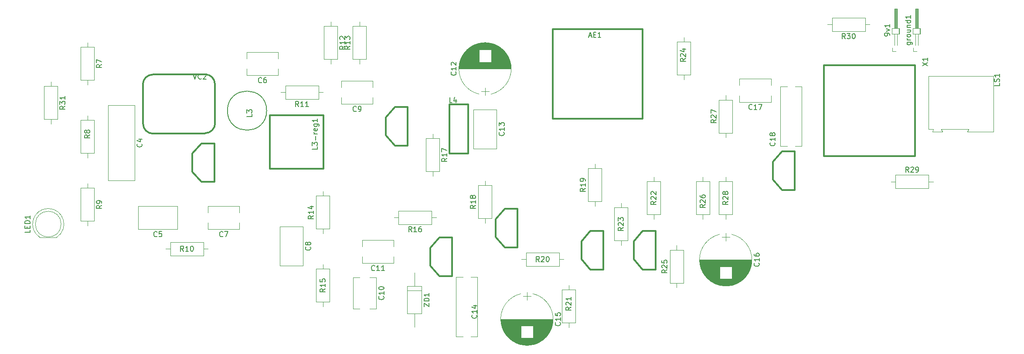
<source format=gbr>
G04 #@! TF.FileFunction,Legend,Top*
%FSLAX46Y46*%
G04 Gerber Fmt 4.6, Leading zero omitted, Abs format (unit mm)*
G04 Created by KiCad (PCBNEW 4.0.5) date 06/17/17 09:26:11*
%MOMM*%
%LPD*%
G01*
G04 APERTURE LIST*
%ADD10C,0.100000*%
%ADD11C,0.120000*%
%ADD12C,0.300000*%
%ADD13C,0.150000*%
G04 APERTURE END LIST*
D10*
D11*
X222317000Y-61258000D02*
X223707000Y-61258000D01*
X223707000Y-61258000D02*
X223707000Y-60138000D01*
X223707000Y-60138000D02*
X222317000Y-60138000D01*
X222317000Y-60138000D02*
X222317000Y-61258000D01*
X222317000Y-61258000D02*
X223647000Y-61258000D01*
X223647000Y-61258000D02*
X223647000Y-60138000D01*
X223647000Y-60138000D02*
X222317000Y-60138000D01*
X222317000Y-60138000D02*
X222317000Y-61258000D01*
X222752000Y-60138000D02*
X223272000Y-60138000D01*
X223272000Y-60138000D02*
X223272000Y-56328000D01*
X223272000Y-56328000D02*
X222752000Y-56328000D01*
X222752000Y-56328000D02*
X222752000Y-60138000D01*
X222752000Y-63448000D02*
X222752000Y-61258000D01*
X223272000Y-63448000D02*
X223272000Y-61258000D01*
X222872000Y-60138000D02*
X222872000Y-56328000D01*
X222992000Y-60138000D02*
X222992000Y-56328000D01*
X223112000Y-60138000D02*
X223112000Y-56328000D01*
X223232000Y-60138000D02*
X223232000Y-56328000D01*
X223012000Y-64643000D02*
X222377000Y-64643000D01*
X222377000Y-64643000D02*
X222377000Y-64008000D01*
D12*
X156380000Y-60368000D02*
X173820000Y-60368000D01*
X156380000Y-77808000D02*
X156380000Y-60368000D01*
X173820000Y-77808000D02*
X173820000Y-60368000D01*
X173820000Y-77808000D02*
X156380000Y-77808000D01*
D11*
X75204000Y-75180000D02*
X75204000Y-89800000D01*
X70084000Y-75180000D02*
X70084000Y-89800000D01*
X75204000Y-75180000D02*
X70084000Y-75180000D01*
X75204000Y-89800000D02*
X70084000Y-89800000D01*
X83526000Y-99288000D02*
X75906000Y-99288000D01*
X83526000Y-94768000D02*
X75906000Y-94768000D01*
X83526000Y-99288000D02*
X83526000Y-94768000D01*
X75906000Y-99288000D02*
X75906000Y-94768000D01*
X103096000Y-69316000D02*
X96976000Y-69316000D01*
X103096000Y-64796000D02*
X96976000Y-64796000D01*
X103096000Y-69316000D02*
X103096000Y-68052000D01*
X103096000Y-66060000D02*
X103096000Y-64796000D01*
X96976000Y-69316000D02*
X96976000Y-68052000D01*
X96976000Y-66060000D02*
X96976000Y-64796000D01*
X95556000Y-99288000D02*
X89436000Y-99288000D01*
X95556000Y-94768000D02*
X89436000Y-94768000D01*
X95556000Y-99288000D02*
X95556000Y-98024000D01*
X95556000Y-96032000D02*
X95556000Y-94768000D01*
X89436000Y-99288000D02*
X89436000Y-98024000D01*
X89436000Y-96032000D02*
X89436000Y-94768000D01*
X107924000Y-98766000D02*
X107924000Y-106386000D01*
X103404000Y-98766000D02*
X103404000Y-106386000D01*
X107924000Y-98766000D02*
X103404000Y-98766000D01*
X107924000Y-106386000D02*
X103404000Y-106386000D01*
X121464000Y-74904000D02*
X115344000Y-74904000D01*
X121464000Y-70384000D02*
X115344000Y-70384000D01*
X121464000Y-74904000D02*
X121464000Y-73640000D01*
X121464000Y-71648000D02*
X121464000Y-70384000D01*
X115344000Y-74904000D02*
X115344000Y-73640000D01*
X115344000Y-71648000D02*
X115344000Y-70384000D01*
X122148000Y-108660000D02*
X122148000Y-114780000D01*
X117628000Y-108660000D02*
X117628000Y-114780000D01*
X122148000Y-108660000D02*
X120884000Y-108660000D01*
X118892000Y-108660000D02*
X117628000Y-108660000D01*
X122148000Y-114780000D02*
X120884000Y-114780000D01*
X118892000Y-114780000D02*
X117628000Y-114780000D01*
X125528000Y-105892000D02*
X119408000Y-105892000D01*
X125528000Y-101372000D02*
X119408000Y-101372000D01*
X125528000Y-105892000D02*
X125528000Y-104628000D01*
X125528000Y-102636000D02*
X125528000Y-101372000D01*
X119408000Y-105892000D02*
X119408000Y-104628000D01*
X119408000Y-102636000D02*
X119408000Y-101372000D01*
X138206000Y-68032000D02*
X148306000Y-68032000D01*
X138206000Y-67992000D02*
X148306000Y-67992000D01*
X138206000Y-67952000D02*
X148306000Y-67952000D01*
X138207000Y-67912000D02*
X148305000Y-67912000D01*
X138208000Y-67872000D02*
X148304000Y-67872000D01*
X138209000Y-67832000D02*
X148303000Y-67832000D01*
X138211000Y-67792000D02*
X148301000Y-67792000D01*
X138213000Y-67752000D02*
X148299000Y-67752000D01*
X138216000Y-67712000D02*
X148296000Y-67712000D01*
X138218000Y-67672000D02*
X148294000Y-67672000D01*
X138221000Y-67632000D02*
X148291000Y-67632000D01*
X138225000Y-67592000D02*
X148287000Y-67592000D01*
X138228000Y-67552000D02*
X148284000Y-67552000D01*
X138232000Y-67512000D02*
X148280000Y-67512000D01*
X138236000Y-67472000D02*
X148276000Y-67472000D01*
X138241000Y-67432000D02*
X148271000Y-67432000D01*
X138246000Y-67392000D02*
X148266000Y-67392000D01*
X138251000Y-67352000D02*
X148261000Y-67352000D01*
X138257000Y-67311000D02*
X148255000Y-67311000D01*
X138263000Y-67271000D02*
X148249000Y-67271000D01*
X138269000Y-67231000D02*
X148243000Y-67231000D01*
X138275000Y-67191000D02*
X148237000Y-67191000D01*
X138282000Y-67151000D02*
X148230000Y-67151000D01*
X138289000Y-67111000D02*
X148223000Y-67111000D01*
X138297000Y-67071000D02*
X148215000Y-67071000D01*
X138305000Y-67031000D02*
X148207000Y-67031000D01*
X138313000Y-66991000D02*
X148199000Y-66991000D01*
X138321000Y-66951000D02*
X148191000Y-66951000D01*
X138330000Y-66911000D02*
X148182000Y-66911000D01*
X138339000Y-66871000D02*
X148173000Y-66871000D01*
X138349000Y-66831000D02*
X148163000Y-66831000D01*
X138359000Y-66791000D02*
X148153000Y-66791000D01*
X138369000Y-66751000D02*
X148143000Y-66751000D01*
X138380000Y-66711000D02*
X142075000Y-66711000D01*
X144437000Y-66711000D02*
X148132000Y-66711000D01*
X138391000Y-66671000D02*
X142075000Y-66671000D01*
X144437000Y-66671000D02*
X148121000Y-66671000D01*
X138402000Y-66631000D02*
X142075000Y-66631000D01*
X144437000Y-66631000D02*
X148110000Y-66631000D01*
X138413000Y-66591000D02*
X142075000Y-66591000D01*
X144437000Y-66591000D02*
X148099000Y-66591000D01*
X138425000Y-66551000D02*
X142075000Y-66551000D01*
X144437000Y-66551000D02*
X148087000Y-66551000D01*
X138438000Y-66511000D02*
X142075000Y-66511000D01*
X144437000Y-66511000D02*
X148074000Y-66511000D01*
X138450000Y-66471000D02*
X142075000Y-66471000D01*
X144437000Y-66471000D02*
X148062000Y-66471000D01*
X138464000Y-66431000D02*
X142075000Y-66431000D01*
X144437000Y-66431000D02*
X148048000Y-66431000D01*
X138477000Y-66391000D02*
X142075000Y-66391000D01*
X144437000Y-66391000D02*
X148035000Y-66391000D01*
X138491000Y-66351000D02*
X142075000Y-66351000D01*
X144437000Y-66351000D02*
X148021000Y-66351000D01*
X138505000Y-66311000D02*
X142075000Y-66311000D01*
X144437000Y-66311000D02*
X148007000Y-66311000D01*
X138519000Y-66271000D02*
X142075000Y-66271000D01*
X144437000Y-66271000D02*
X147993000Y-66271000D01*
X138534000Y-66231000D02*
X142075000Y-66231000D01*
X144437000Y-66231000D02*
X147978000Y-66231000D01*
X138550000Y-66191000D02*
X142075000Y-66191000D01*
X144437000Y-66191000D02*
X147962000Y-66191000D01*
X138565000Y-66151000D02*
X142075000Y-66151000D01*
X144437000Y-66151000D02*
X147947000Y-66151000D01*
X138582000Y-66111000D02*
X142075000Y-66111000D01*
X144437000Y-66111000D02*
X147930000Y-66111000D01*
X138598000Y-66071000D02*
X142075000Y-66071000D01*
X144437000Y-66071000D02*
X147914000Y-66071000D01*
X138615000Y-66031000D02*
X142075000Y-66031000D01*
X144437000Y-66031000D02*
X147897000Y-66031000D01*
X138632000Y-65991000D02*
X142075000Y-65991000D01*
X144437000Y-65991000D02*
X147880000Y-65991000D01*
X138650000Y-65951000D02*
X142075000Y-65951000D01*
X144437000Y-65951000D02*
X147862000Y-65951000D01*
X138668000Y-65911000D02*
X142075000Y-65911000D01*
X144437000Y-65911000D02*
X147844000Y-65911000D01*
X138687000Y-65871000D02*
X142075000Y-65871000D01*
X144437000Y-65871000D02*
X147825000Y-65871000D01*
X138706000Y-65831000D02*
X142075000Y-65831000D01*
X144437000Y-65831000D02*
X147806000Y-65831000D01*
X138725000Y-65791000D02*
X142075000Y-65791000D01*
X144437000Y-65791000D02*
X147787000Y-65791000D01*
X138745000Y-65751000D02*
X142075000Y-65751000D01*
X144437000Y-65751000D02*
X147767000Y-65751000D01*
X138765000Y-65711000D02*
X142075000Y-65711000D01*
X144437000Y-65711000D02*
X147747000Y-65711000D01*
X138786000Y-65671000D02*
X142075000Y-65671000D01*
X144437000Y-65671000D02*
X147726000Y-65671000D01*
X138807000Y-65631000D02*
X142075000Y-65631000D01*
X144437000Y-65631000D02*
X147705000Y-65631000D01*
X138828000Y-65591000D02*
X142075000Y-65591000D01*
X144437000Y-65591000D02*
X147684000Y-65591000D01*
X138851000Y-65551000D02*
X142075000Y-65551000D01*
X144437000Y-65551000D02*
X147661000Y-65551000D01*
X138873000Y-65511000D02*
X142075000Y-65511000D01*
X144437000Y-65511000D02*
X147639000Y-65511000D01*
X138896000Y-65471000D02*
X142075000Y-65471000D01*
X144437000Y-65471000D02*
X147616000Y-65471000D01*
X138920000Y-65431000D02*
X142075000Y-65431000D01*
X144437000Y-65431000D02*
X147592000Y-65431000D01*
X138944000Y-65391000D02*
X142075000Y-65391000D01*
X144437000Y-65391000D02*
X147568000Y-65391000D01*
X138968000Y-65351000D02*
X142075000Y-65351000D01*
X144437000Y-65351000D02*
X147544000Y-65351000D01*
X138993000Y-65311000D02*
X142075000Y-65311000D01*
X144437000Y-65311000D02*
X147519000Y-65311000D01*
X139019000Y-65271000D02*
X142075000Y-65271000D01*
X144437000Y-65271000D02*
X147493000Y-65271000D01*
X139045000Y-65231000D02*
X142075000Y-65231000D01*
X144437000Y-65231000D02*
X147467000Y-65231000D01*
X139071000Y-65191000D02*
X142075000Y-65191000D01*
X144437000Y-65191000D02*
X147441000Y-65191000D01*
X139099000Y-65151000D02*
X142075000Y-65151000D01*
X144437000Y-65151000D02*
X147413000Y-65151000D01*
X139126000Y-65111000D02*
X142075000Y-65111000D01*
X144437000Y-65111000D02*
X147386000Y-65111000D01*
X139155000Y-65071000D02*
X142075000Y-65071000D01*
X144437000Y-65071000D02*
X147357000Y-65071000D01*
X139184000Y-65031000D02*
X142075000Y-65031000D01*
X144437000Y-65031000D02*
X147328000Y-65031000D01*
X139213000Y-64991000D02*
X142075000Y-64991000D01*
X144437000Y-64991000D02*
X147299000Y-64991000D01*
X139243000Y-64951000D02*
X142075000Y-64951000D01*
X144437000Y-64951000D02*
X147269000Y-64951000D01*
X139274000Y-64911000D02*
X142075000Y-64911000D01*
X144437000Y-64911000D02*
X147238000Y-64911000D01*
X139305000Y-64871000D02*
X142075000Y-64871000D01*
X144437000Y-64871000D02*
X147207000Y-64871000D01*
X139337000Y-64831000D02*
X142075000Y-64831000D01*
X144437000Y-64831000D02*
X147175000Y-64831000D01*
X139370000Y-64791000D02*
X142075000Y-64791000D01*
X144437000Y-64791000D02*
X147142000Y-64791000D01*
X139403000Y-64751000D02*
X142075000Y-64751000D01*
X144437000Y-64751000D02*
X147109000Y-64751000D01*
X139437000Y-64711000D02*
X142075000Y-64711000D01*
X144437000Y-64711000D02*
X147075000Y-64711000D01*
X139472000Y-64671000D02*
X142075000Y-64671000D01*
X144437000Y-64671000D02*
X147040000Y-64671000D01*
X139508000Y-64631000D02*
X142075000Y-64631000D01*
X144437000Y-64631000D02*
X147004000Y-64631000D01*
X139544000Y-64591000D02*
X142075000Y-64591000D01*
X144437000Y-64591000D02*
X146968000Y-64591000D01*
X139581000Y-64551000D02*
X142075000Y-64551000D01*
X144437000Y-64551000D02*
X146931000Y-64551000D01*
X139619000Y-64511000D02*
X142075000Y-64511000D01*
X144437000Y-64511000D02*
X146893000Y-64511000D01*
X139658000Y-64471000D02*
X142075000Y-64471000D01*
X144437000Y-64471000D02*
X146854000Y-64471000D01*
X139697000Y-64431000D02*
X142075000Y-64431000D01*
X144437000Y-64431000D02*
X146815000Y-64431000D01*
X139738000Y-64391000D02*
X142075000Y-64391000D01*
X144437000Y-64391000D02*
X146774000Y-64391000D01*
X139779000Y-64351000D02*
X146733000Y-64351000D01*
X139821000Y-64311000D02*
X146691000Y-64311000D01*
X139865000Y-64271000D02*
X146647000Y-64271000D01*
X139909000Y-64231000D02*
X146603000Y-64231000D01*
X139954000Y-64191000D02*
X146558000Y-64191000D01*
X140001000Y-64151000D02*
X146511000Y-64151000D01*
X140049000Y-64111000D02*
X146463000Y-64111000D01*
X140098000Y-64071000D02*
X146414000Y-64071000D01*
X140148000Y-64031000D02*
X146364000Y-64031000D01*
X140199000Y-63991000D02*
X146313000Y-63991000D01*
X140252000Y-63951000D02*
X146260000Y-63951000D01*
X140307000Y-63911000D02*
X146205000Y-63911000D01*
X140362000Y-63871000D02*
X146150000Y-63871000D01*
X140420000Y-63831000D02*
X146092000Y-63831000D01*
X140479000Y-63791000D02*
X146033000Y-63791000D01*
X140541000Y-63751000D02*
X145971000Y-63751000D01*
X140604000Y-63711000D02*
X145908000Y-63711000D01*
X140669000Y-63671000D02*
X145843000Y-63671000D01*
X140737000Y-63631000D02*
X145775000Y-63631000D01*
X140807000Y-63591000D02*
X145705000Y-63591000D01*
X140879000Y-63551000D02*
X145633000Y-63551000D01*
X140955000Y-63511000D02*
X145557000Y-63511000D01*
X141034000Y-63471000D02*
X145478000Y-63471000D01*
X141116000Y-63431000D02*
X145396000Y-63431000D01*
X141203000Y-63391000D02*
X145309000Y-63391000D01*
X141294000Y-63351000D02*
X145218000Y-63351000D01*
X141390000Y-63311000D02*
X145122000Y-63311000D01*
X141493000Y-63271000D02*
X145019000Y-63271000D01*
X141602000Y-63231000D02*
X144910000Y-63231000D01*
X141720000Y-63191000D02*
X144792000Y-63191000D01*
X141849000Y-63151000D02*
X144663000Y-63151000D01*
X141991000Y-63111000D02*
X144521000Y-63111000D01*
X142152000Y-63071000D02*
X144360000Y-63071000D01*
X142343000Y-63031000D02*
X144169000Y-63031000D01*
X142584000Y-62991000D02*
X143928000Y-62991000D01*
X142977000Y-62951000D02*
X143535000Y-62951000D01*
X143256000Y-73232000D02*
X143256000Y-71732000D01*
X142506000Y-72482000D02*
X144006000Y-72482000D01*
X142076806Y-63080475D02*
G75*
G03X142076000Y-72983333I1179194J-4951525D01*
G01*
X144435194Y-63080475D02*
G75*
G02X144436000Y-72983333I-1179194J-4951525D01*
G01*
X144435194Y-63080475D02*
G75*
G03X142076000Y-63080667I-1179194J-4951525D01*
G01*
X145516000Y-75986000D02*
X145516000Y-83606000D01*
X140996000Y-75986000D02*
X140996000Y-83606000D01*
X145516000Y-75986000D02*
X140996000Y-75986000D01*
X145516000Y-83606000D02*
X140996000Y-83606000D01*
X141760000Y-108570000D02*
X141760000Y-120190000D01*
X137640000Y-108570000D02*
X137640000Y-120190000D01*
X141760000Y-108570000D02*
X140450000Y-108570000D01*
X138950000Y-108570000D02*
X137640000Y-108570000D01*
X141760000Y-120190000D02*
X140450000Y-120190000D01*
X138950000Y-120190000D02*
X137640000Y-120190000D01*
X156434000Y-116800000D02*
X146334000Y-116800000D01*
X156434000Y-116840000D02*
X146334000Y-116840000D01*
X156434000Y-116880000D02*
X146334000Y-116880000D01*
X156433000Y-116920000D02*
X146335000Y-116920000D01*
X156432000Y-116960000D02*
X146336000Y-116960000D01*
X156431000Y-117000000D02*
X146337000Y-117000000D01*
X156429000Y-117040000D02*
X146339000Y-117040000D01*
X156427000Y-117080000D02*
X146341000Y-117080000D01*
X156424000Y-117120000D02*
X146344000Y-117120000D01*
X156422000Y-117160000D02*
X146346000Y-117160000D01*
X156419000Y-117200000D02*
X146349000Y-117200000D01*
X156415000Y-117240000D02*
X146353000Y-117240000D01*
X156412000Y-117280000D02*
X146356000Y-117280000D01*
X156408000Y-117320000D02*
X146360000Y-117320000D01*
X156404000Y-117360000D02*
X146364000Y-117360000D01*
X156399000Y-117400000D02*
X146369000Y-117400000D01*
X156394000Y-117440000D02*
X146374000Y-117440000D01*
X156389000Y-117480000D02*
X146379000Y-117480000D01*
X156383000Y-117521000D02*
X146385000Y-117521000D01*
X156377000Y-117561000D02*
X146391000Y-117561000D01*
X156371000Y-117601000D02*
X146397000Y-117601000D01*
X156365000Y-117641000D02*
X146403000Y-117641000D01*
X156358000Y-117681000D02*
X146410000Y-117681000D01*
X156351000Y-117721000D02*
X146417000Y-117721000D01*
X156343000Y-117761000D02*
X146425000Y-117761000D01*
X156335000Y-117801000D02*
X146433000Y-117801000D01*
X156327000Y-117841000D02*
X146441000Y-117841000D01*
X156319000Y-117881000D02*
X146449000Y-117881000D01*
X156310000Y-117921000D02*
X146458000Y-117921000D01*
X156301000Y-117961000D02*
X146467000Y-117961000D01*
X156291000Y-118001000D02*
X146477000Y-118001000D01*
X156281000Y-118041000D02*
X146487000Y-118041000D01*
X156271000Y-118081000D02*
X146497000Y-118081000D01*
X156260000Y-118121000D02*
X152565000Y-118121000D01*
X150203000Y-118121000D02*
X146508000Y-118121000D01*
X156249000Y-118161000D02*
X152565000Y-118161000D01*
X150203000Y-118161000D02*
X146519000Y-118161000D01*
X156238000Y-118201000D02*
X152565000Y-118201000D01*
X150203000Y-118201000D02*
X146530000Y-118201000D01*
X156227000Y-118241000D02*
X152565000Y-118241000D01*
X150203000Y-118241000D02*
X146541000Y-118241000D01*
X156215000Y-118281000D02*
X152565000Y-118281000D01*
X150203000Y-118281000D02*
X146553000Y-118281000D01*
X156202000Y-118321000D02*
X152565000Y-118321000D01*
X150203000Y-118321000D02*
X146566000Y-118321000D01*
X156190000Y-118361000D02*
X152565000Y-118361000D01*
X150203000Y-118361000D02*
X146578000Y-118361000D01*
X156176000Y-118401000D02*
X152565000Y-118401000D01*
X150203000Y-118401000D02*
X146592000Y-118401000D01*
X156163000Y-118441000D02*
X152565000Y-118441000D01*
X150203000Y-118441000D02*
X146605000Y-118441000D01*
X156149000Y-118481000D02*
X152565000Y-118481000D01*
X150203000Y-118481000D02*
X146619000Y-118481000D01*
X156135000Y-118521000D02*
X152565000Y-118521000D01*
X150203000Y-118521000D02*
X146633000Y-118521000D01*
X156121000Y-118561000D02*
X152565000Y-118561000D01*
X150203000Y-118561000D02*
X146647000Y-118561000D01*
X156106000Y-118601000D02*
X152565000Y-118601000D01*
X150203000Y-118601000D02*
X146662000Y-118601000D01*
X156090000Y-118641000D02*
X152565000Y-118641000D01*
X150203000Y-118641000D02*
X146678000Y-118641000D01*
X156075000Y-118681000D02*
X152565000Y-118681000D01*
X150203000Y-118681000D02*
X146693000Y-118681000D01*
X156058000Y-118721000D02*
X152565000Y-118721000D01*
X150203000Y-118721000D02*
X146710000Y-118721000D01*
X156042000Y-118761000D02*
X152565000Y-118761000D01*
X150203000Y-118761000D02*
X146726000Y-118761000D01*
X156025000Y-118801000D02*
X152565000Y-118801000D01*
X150203000Y-118801000D02*
X146743000Y-118801000D01*
X156008000Y-118841000D02*
X152565000Y-118841000D01*
X150203000Y-118841000D02*
X146760000Y-118841000D01*
X155990000Y-118881000D02*
X152565000Y-118881000D01*
X150203000Y-118881000D02*
X146778000Y-118881000D01*
X155972000Y-118921000D02*
X152565000Y-118921000D01*
X150203000Y-118921000D02*
X146796000Y-118921000D01*
X155953000Y-118961000D02*
X152565000Y-118961000D01*
X150203000Y-118961000D02*
X146815000Y-118961000D01*
X155934000Y-119001000D02*
X152565000Y-119001000D01*
X150203000Y-119001000D02*
X146834000Y-119001000D01*
X155915000Y-119041000D02*
X152565000Y-119041000D01*
X150203000Y-119041000D02*
X146853000Y-119041000D01*
X155895000Y-119081000D02*
X152565000Y-119081000D01*
X150203000Y-119081000D02*
X146873000Y-119081000D01*
X155875000Y-119121000D02*
X152565000Y-119121000D01*
X150203000Y-119121000D02*
X146893000Y-119121000D01*
X155854000Y-119161000D02*
X152565000Y-119161000D01*
X150203000Y-119161000D02*
X146914000Y-119161000D01*
X155833000Y-119201000D02*
X152565000Y-119201000D01*
X150203000Y-119201000D02*
X146935000Y-119201000D01*
X155812000Y-119241000D02*
X152565000Y-119241000D01*
X150203000Y-119241000D02*
X146956000Y-119241000D01*
X155789000Y-119281000D02*
X152565000Y-119281000D01*
X150203000Y-119281000D02*
X146979000Y-119281000D01*
X155767000Y-119321000D02*
X152565000Y-119321000D01*
X150203000Y-119321000D02*
X147001000Y-119321000D01*
X155744000Y-119361000D02*
X152565000Y-119361000D01*
X150203000Y-119361000D02*
X147024000Y-119361000D01*
X155720000Y-119401000D02*
X152565000Y-119401000D01*
X150203000Y-119401000D02*
X147048000Y-119401000D01*
X155696000Y-119441000D02*
X152565000Y-119441000D01*
X150203000Y-119441000D02*
X147072000Y-119441000D01*
X155672000Y-119481000D02*
X152565000Y-119481000D01*
X150203000Y-119481000D02*
X147096000Y-119481000D01*
X155647000Y-119521000D02*
X152565000Y-119521000D01*
X150203000Y-119521000D02*
X147121000Y-119521000D01*
X155621000Y-119561000D02*
X152565000Y-119561000D01*
X150203000Y-119561000D02*
X147147000Y-119561000D01*
X155595000Y-119601000D02*
X152565000Y-119601000D01*
X150203000Y-119601000D02*
X147173000Y-119601000D01*
X155569000Y-119641000D02*
X152565000Y-119641000D01*
X150203000Y-119641000D02*
X147199000Y-119641000D01*
X155541000Y-119681000D02*
X152565000Y-119681000D01*
X150203000Y-119681000D02*
X147227000Y-119681000D01*
X155514000Y-119721000D02*
X152565000Y-119721000D01*
X150203000Y-119721000D02*
X147254000Y-119721000D01*
X155485000Y-119761000D02*
X152565000Y-119761000D01*
X150203000Y-119761000D02*
X147283000Y-119761000D01*
X155456000Y-119801000D02*
X152565000Y-119801000D01*
X150203000Y-119801000D02*
X147312000Y-119801000D01*
X155427000Y-119841000D02*
X152565000Y-119841000D01*
X150203000Y-119841000D02*
X147341000Y-119841000D01*
X155397000Y-119881000D02*
X152565000Y-119881000D01*
X150203000Y-119881000D02*
X147371000Y-119881000D01*
X155366000Y-119921000D02*
X152565000Y-119921000D01*
X150203000Y-119921000D02*
X147402000Y-119921000D01*
X155335000Y-119961000D02*
X152565000Y-119961000D01*
X150203000Y-119961000D02*
X147433000Y-119961000D01*
X155303000Y-120001000D02*
X152565000Y-120001000D01*
X150203000Y-120001000D02*
X147465000Y-120001000D01*
X155270000Y-120041000D02*
X152565000Y-120041000D01*
X150203000Y-120041000D02*
X147498000Y-120041000D01*
X155237000Y-120081000D02*
X152565000Y-120081000D01*
X150203000Y-120081000D02*
X147531000Y-120081000D01*
X155203000Y-120121000D02*
X152565000Y-120121000D01*
X150203000Y-120121000D02*
X147565000Y-120121000D01*
X155168000Y-120161000D02*
X152565000Y-120161000D01*
X150203000Y-120161000D02*
X147600000Y-120161000D01*
X155132000Y-120201000D02*
X152565000Y-120201000D01*
X150203000Y-120201000D02*
X147636000Y-120201000D01*
X155096000Y-120241000D02*
X152565000Y-120241000D01*
X150203000Y-120241000D02*
X147672000Y-120241000D01*
X155059000Y-120281000D02*
X152565000Y-120281000D01*
X150203000Y-120281000D02*
X147709000Y-120281000D01*
X155021000Y-120321000D02*
X152565000Y-120321000D01*
X150203000Y-120321000D02*
X147747000Y-120321000D01*
X154982000Y-120361000D02*
X152565000Y-120361000D01*
X150203000Y-120361000D02*
X147786000Y-120361000D01*
X154943000Y-120401000D02*
X152565000Y-120401000D01*
X150203000Y-120401000D02*
X147825000Y-120401000D01*
X154902000Y-120441000D02*
X152565000Y-120441000D01*
X150203000Y-120441000D02*
X147866000Y-120441000D01*
X154861000Y-120481000D02*
X147907000Y-120481000D01*
X154819000Y-120521000D02*
X147949000Y-120521000D01*
X154775000Y-120561000D02*
X147993000Y-120561000D01*
X154731000Y-120601000D02*
X148037000Y-120601000D01*
X154686000Y-120641000D02*
X148082000Y-120641000D01*
X154639000Y-120681000D02*
X148129000Y-120681000D01*
X154591000Y-120721000D02*
X148177000Y-120721000D01*
X154542000Y-120761000D02*
X148226000Y-120761000D01*
X154492000Y-120801000D02*
X148276000Y-120801000D01*
X154441000Y-120841000D02*
X148327000Y-120841000D01*
X154388000Y-120881000D02*
X148380000Y-120881000D01*
X154333000Y-120921000D02*
X148435000Y-120921000D01*
X154278000Y-120961000D02*
X148490000Y-120961000D01*
X154220000Y-121001000D02*
X148548000Y-121001000D01*
X154161000Y-121041000D02*
X148607000Y-121041000D01*
X154099000Y-121081000D02*
X148669000Y-121081000D01*
X154036000Y-121121000D02*
X148732000Y-121121000D01*
X153971000Y-121161000D02*
X148797000Y-121161000D01*
X153903000Y-121201000D02*
X148865000Y-121201000D01*
X153833000Y-121241000D02*
X148935000Y-121241000D01*
X153761000Y-121281000D02*
X149007000Y-121281000D01*
X153685000Y-121321000D02*
X149083000Y-121321000D01*
X153606000Y-121361000D02*
X149162000Y-121361000D01*
X153524000Y-121401000D02*
X149244000Y-121401000D01*
X153437000Y-121441000D02*
X149331000Y-121441000D01*
X153346000Y-121481000D02*
X149422000Y-121481000D01*
X153250000Y-121521000D02*
X149518000Y-121521000D01*
X153147000Y-121561000D02*
X149621000Y-121561000D01*
X153038000Y-121601000D02*
X149730000Y-121601000D01*
X152920000Y-121641000D02*
X149848000Y-121641000D01*
X152791000Y-121681000D02*
X149977000Y-121681000D01*
X152649000Y-121721000D02*
X150119000Y-121721000D01*
X152488000Y-121761000D02*
X150280000Y-121761000D01*
X152297000Y-121801000D02*
X150471000Y-121801000D01*
X152056000Y-121841000D02*
X150712000Y-121841000D01*
X151663000Y-121881000D02*
X151105000Y-121881000D01*
X151384000Y-111600000D02*
X151384000Y-113100000D01*
X152134000Y-112350000D02*
X150634000Y-112350000D01*
X152563194Y-121751525D02*
G75*
G03X152564000Y-111848667I-1179194J4951525D01*
G01*
X150204806Y-121751525D02*
G75*
G02X150204000Y-111848667I1179194J4951525D01*
G01*
X150204806Y-121751525D02*
G75*
G03X152564000Y-121751333I1179194J4951525D01*
G01*
X195042000Y-105243000D02*
X184942000Y-105243000D01*
X195042000Y-105283000D02*
X184942000Y-105283000D01*
X195042000Y-105323000D02*
X184942000Y-105323000D01*
X195041000Y-105363000D02*
X184943000Y-105363000D01*
X195040000Y-105403000D02*
X184944000Y-105403000D01*
X195039000Y-105443000D02*
X184945000Y-105443000D01*
X195037000Y-105483000D02*
X184947000Y-105483000D01*
X195035000Y-105523000D02*
X184949000Y-105523000D01*
X195032000Y-105563000D02*
X184952000Y-105563000D01*
X195030000Y-105603000D02*
X184954000Y-105603000D01*
X195027000Y-105643000D02*
X184957000Y-105643000D01*
X195023000Y-105683000D02*
X184961000Y-105683000D01*
X195020000Y-105723000D02*
X184964000Y-105723000D01*
X195016000Y-105763000D02*
X184968000Y-105763000D01*
X195012000Y-105803000D02*
X184972000Y-105803000D01*
X195007000Y-105843000D02*
X184977000Y-105843000D01*
X195002000Y-105883000D02*
X184982000Y-105883000D01*
X194997000Y-105923000D02*
X184987000Y-105923000D01*
X194991000Y-105964000D02*
X184993000Y-105964000D01*
X194985000Y-106004000D02*
X184999000Y-106004000D01*
X194979000Y-106044000D02*
X185005000Y-106044000D01*
X194973000Y-106084000D02*
X185011000Y-106084000D01*
X194966000Y-106124000D02*
X185018000Y-106124000D01*
X194959000Y-106164000D02*
X185025000Y-106164000D01*
X194951000Y-106204000D02*
X185033000Y-106204000D01*
X194943000Y-106244000D02*
X185041000Y-106244000D01*
X194935000Y-106284000D02*
X185049000Y-106284000D01*
X194927000Y-106324000D02*
X185057000Y-106324000D01*
X194918000Y-106364000D02*
X185066000Y-106364000D01*
X194909000Y-106404000D02*
X185075000Y-106404000D01*
X194899000Y-106444000D02*
X185085000Y-106444000D01*
X194889000Y-106484000D02*
X185095000Y-106484000D01*
X194879000Y-106524000D02*
X185105000Y-106524000D01*
X194868000Y-106564000D02*
X191173000Y-106564000D01*
X188811000Y-106564000D02*
X185116000Y-106564000D01*
X194857000Y-106604000D02*
X191173000Y-106604000D01*
X188811000Y-106604000D02*
X185127000Y-106604000D01*
X194846000Y-106644000D02*
X191173000Y-106644000D01*
X188811000Y-106644000D02*
X185138000Y-106644000D01*
X194835000Y-106684000D02*
X191173000Y-106684000D01*
X188811000Y-106684000D02*
X185149000Y-106684000D01*
X194823000Y-106724000D02*
X191173000Y-106724000D01*
X188811000Y-106724000D02*
X185161000Y-106724000D01*
X194810000Y-106764000D02*
X191173000Y-106764000D01*
X188811000Y-106764000D02*
X185174000Y-106764000D01*
X194798000Y-106804000D02*
X191173000Y-106804000D01*
X188811000Y-106804000D02*
X185186000Y-106804000D01*
X194784000Y-106844000D02*
X191173000Y-106844000D01*
X188811000Y-106844000D02*
X185200000Y-106844000D01*
X194771000Y-106884000D02*
X191173000Y-106884000D01*
X188811000Y-106884000D02*
X185213000Y-106884000D01*
X194757000Y-106924000D02*
X191173000Y-106924000D01*
X188811000Y-106924000D02*
X185227000Y-106924000D01*
X194743000Y-106964000D02*
X191173000Y-106964000D01*
X188811000Y-106964000D02*
X185241000Y-106964000D01*
X194729000Y-107004000D02*
X191173000Y-107004000D01*
X188811000Y-107004000D02*
X185255000Y-107004000D01*
X194714000Y-107044000D02*
X191173000Y-107044000D01*
X188811000Y-107044000D02*
X185270000Y-107044000D01*
X194698000Y-107084000D02*
X191173000Y-107084000D01*
X188811000Y-107084000D02*
X185286000Y-107084000D01*
X194683000Y-107124000D02*
X191173000Y-107124000D01*
X188811000Y-107124000D02*
X185301000Y-107124000D01*
X194666000Y-107164000D02*
X191173000Y-107164000D01*
X188811000Y-107164000D02*
X185318000Y-107164000D01*
X194650000Y-107204000D02*
X191173000Y-107204000D01*
X188811000Y-107204000D02*
X185334000Y-107204000D01*
X194633000Y-107244000D02*
X191173000Y-107244000D01*
X188811000Y-107244000D02*
X185351000Y-107244000D01*
X194616000Y-107284000D02*
X191173000Y-107284000D01*
X188811000Y-107284000D02*
X185368000Y-107284000D01*
X194598000Y-107324000D02*
X191173000Y-107324000D01*
X188811000Y-107324000D02*
X185386000Y-107324000D01*
X194580000Y-107364000D02*
X191173000Y-107364000D01*
X188811000Y-107364000D02*
X185404000Y-107364000D01*
X194561000Y-107404000D02*
X191173000Y-107404000D01*
X188811000Y-107404000D02*
X185423000Y-107404000D01*
X194542000Y-107444000D02*
X191173000Y-107444000D01*
X188811000Y-107444000D02*
X185442000Y-107444000D01*
X194523000Y-107484000D02*
X191173000Y-107484000D01*
X188811000Y-107484000D02*
X185461000Y-107484000D01*
X194503000Y-107524000D02*
X191173000Y-107524000D01*
X188811000Y-107524000D02*
X185481000Y-107524000D01*
X194483000Y-107564000D02*
X191173000Y-107564000D01*
X188811000Y-107564000D02*
X185501000Y-107564000D01*
X194462000Y-107604000D02*
X191173000Y-107604000D01*
X188811000Y-107604000D02*
X185522000Y-107604000D01*
X194441000Y-107644000D02*
X191173000Y-107644000D01*
X188811000Y-107644000D02*
X185543000Y-107644000D01*
X194420000Y-107684000D02*
X191173000Y-107684000D01*
X188811000Y-107684000D02*
X185564000Y-107684000D01*
X194397000Y-107724000D02*
X191173000Y-107724000D01*
X188811000Y-107724000D02*
X185587000Y-107724000D01*
X194375000Y-107764000D02*
X191173000Y-107764000D01*
X188811000Y-107764000D02*
X185609000Y-107764000D01*
X194352000Y-107804000D02*
X191173000Y-107804000D01*
X188811000Y-107804000D02*
X185632000Y-107804000D01*
X194328000Y-107844000D02*
X191173000Y-107844000D01*
X188811000Y-107844000D02*
X185656000Y-107844000D01*
X194304000Y-107884000D02*
X191173000Y-107884000D01*
X188811000Y-107884000D02*
X185680000Y-107884000D01*
X194280000Y-107924000D02*
X191173000Y-107924000D01*
X188811000Y-107924000D02*
X185704000Y-107924000D01*
X194255000Y-107964000D02*
X191173000Y-107964000D01*
X188811000Y-107964000D02*
X185729000Y-107964000D01*
X194229000Y-108004000D02*
X191173000Y-108004000D01*
X188811000Y-108004000D02*
X185755000Y-108004000D01*
X194203000Y-108044000D02*
X191173000Y-108044000D01*
X188811000Y-108044000D02*
X185781000Y-108044000D01*
X194177000Y-108084000D02*
X191173000Y-108084000D01*
X188811000Y-108084000D02*
X185807000Y-108084000D01*
X194149000Y-108124000D02*
X191173000Y-108124000D01*
X188811000Y-108124000D02*
X185835000Y-108124000D01*
X194122000Y-108164000D02*
X191173000Y-108164000D01*
X188811000Y-108164000D02*
X185862000Y-108164000D01*
X194093000Y-108204000D02*
X191173000Y-108204000D01*
X188811000Y-108204000D02*
X185891000Y-108204000D01*
X194064000Y-108244000D02*
X191173000Y-108244000D01*
X188811000Y-108244000D02*
X185920000Y-108244000D01*
X194035000Y-108284000D02*
X191173000Y-108284000D01*
X188811000Y-108284000D02*
X185949000Y-108284000D01*
X194005000Y-108324000D02*
X191173000Y-108324000D01*
X188811000Y-108324000D02*
X185979000Y-108324000D01*
X193974000Y-108364000D02*
X191173000Y-108364000D01*
X188811000Y-108364000D02*
X186010000Y-108364000D01*
X193943000Y-108404000D02*
X191173000Y-108404000D01*
X188811000Y-108404000D02*
X186041000Y-108404000D01*
X193911000Y-108444000D02*
X191173000Y-108444000D01*
X188811000Y-108444000D02*
X186073000Y-108444000D01*
X193878000Y-108484000D02*
X191173000Y-108484000D01*
X188811000Y-108484000D02*
X186106000Y-108484000D01*
X193845000Y-108524000D02*
X191173000Y-108524000D01*
X188811000Y-108524000D02*
X186139000Y-108524000D01*
X193811000Y-108564000D02*
X191173000Y-108564000D01*
X188811000Y-108564000D02*
X186173000Y-108564000D01*
X193776000Y-108604000D02*
X191173000Y-108604000D01*
X188811000Y-108604000D02*
X186208000Y-108604000D01*
X193740000Y-108644000D02*
X191173000Y-108644000D01*
X188811000Y-108644000D02*
X186244000Y-108644000D01*
X193704000Y-108684000D02*
X191173000Y-108684000D01*
X188811000Y-108684000D02*
X186280000Y-108684000D01*
X193667000Y-108724000D02*
X191173000Y-108724000D01*
X188811000Y-108724000D02*
X186317000Y-108724000D01*
X193629000Y-108764000D02*
X191173000Y-108764000D01*
X188811000Y-108764000D02*
X186355000Y-108764000D01*
X193590000Y-108804000D02*
X191173000Y-108804000D01*
X188811000Y-108804000D02*
X186394000Y-108804000D01*
X193551000Y-108844000D02*
X191173000Y-108844000D01*
X188811000Y-108844000D02*
X186433000Y-108844000D01*
X193510000Y-108884000D02*
X191173000Y-108884000D01*
X188811000Y-108884000D02*
X186474000Y-108884000D01*
X193469000Y-108924000D02*
X186515000Y-108924000D01*
X193427000Y-108964000D02*
X186557000Y-108964000D01*
X193383000Y-109004000D02*
X186601000Y-109004000D01*
X193339000Y-109044000D02*
X186645000Y-109044000D01*
X193294000Y-109084000D02*
X186690000Y-109084000D01*
X193247000Y-109124000D02*
X186737000Y-109124000D01*
X193199000Y-109164000D02*
X186785000Y-109164000D01*
X193150000Y-109204000D02*
X186834000Y-109204000D01*
X193100000Y-109244000D02*
X186884000Y-109244000D01*
X193049000Y-109284000D02*
X186935000Y-109284000D01*
X192996000Y-109324000D02*
X186988000Y-109324000D01*
X192941000Y-109364000D02*
X187043000Y-109364000D01*
X192886000Y-109404000D02*
X187098000Y-109404000D01*
X192828000Y-109444000D02*
X187156000Y-109444000D01*
X192769000Y-109484000D02*
X187215000Y-109484000D01*
X192707000Y-109524000D02*
X187277000Y-109524000D01*
X192644000Y-109564000D02*
X187340000Y-109564000D01*
X192579000Y-109604000D02*
X187405000Y-109604000D01*
X192511000Y-109644000D02*
X187473000Y-109644000D01*
X192441000Y-109684000D02*
X187543000Y-109684000D01*
X192369000Y-109724000D02*
X187615000Y-109724000D01*
X192293000Y-109764000D02*
X187691000Y-109764000D01*
X192214000Y-109804000D02*
X187770000Y-109804000D01*
X192132000Y-109844000D02*
X187852000Y-109844000D01*
X192045000Y-109884000D02*
X187939000Y-109884000D01*
X191954000Y-109924000D02*
X188030000Y-109924000D01*
X191858000Y-109964000D02*
X188126000Y-109964000D01*
X191755000Y-110004000D02*
X188229000Y-110004000D01*
X191646000Y-110044000D02*
X188338000Y-110044000D01*
X191528000Y-110084000D02*
X188456000Y-110084000D01*
X191399000Y-110124000D02*
X188585000Y-110124000D01*
X191257000Y-110164000D02*
X188727000Y-110164000D01*
X191096000Y-110204000D02*
X188888000Y-110204000D01*
X190905000Y-110244000D02*
X189079000Y-110244000D01*
X190664000Y-110284000D02*
X189320000Y-110284000D01*
X190271000Y-110324000D02*
X189713000Y-110324000D01*
X189992000Y-100043000D02*
X189992000Y-101543000D01*
X190742000Y-100793000D02*
X189242000Y-100793000D01*
X191171194Y-110194525D02*
G75*
G03X191172000Y-100291667I-1179194J4951525D01*
G01*
X188812806Y-110194525D02*
G75*
G02X188812000Y-100291667I1179194J4951525D01*
G01*
X188812806Y-110194525D02*
G75*
G03X191172000Y-110194333I1179194J4951525D01*
G01*
X198807000Y-74523000D02*
X192687000Y-74523000D01*
X198807000Y-70003000D02*
X192687000Y-70003000D01*
X198807000Y-74523000D02*
X198807000Y-73259000D01*
X198807000Y-71267000D02*
X198807000Y-70003000D01*
X192687000Y-74523000D02*
X192687000Y-73259000D01*
X192687000Y-71267000D02*
X192687000Y-70003000D01*
X204752000Y-71486000D02*
X204752000Y-83106000D01*
X200632000Y-71486000D02*
X200632000Y-83106000D01*
X204752000Y-71486000D02*
X203442000Y-71486000D01*
X201942000Y-71486000D02*
X200632000Y-71486000D01*
X204752000Y-83106000D02*
X203442000Y-83106000D01*
X201942000Y-83106000D02*
X200632000Y-83106000D01*
X226381000Y-61258000D02*
X227771000Y-61258000D01*
X227771000Y-61258000D02*
X227771000Y-60138000D01*
X227771000Y-60138000D02*
X226381000Y-60138000D01*
X226381000Y-60138000D02*
X226381000Y-61258000D01*
X226381000Y-61258000D02*
X227711000Y-61258000D01*
X227711000Y-61258000D02*
X227711000Y-60138000D01*
X227711000Y-60138000D02*
X226381000Y-60138000D01*
X226381000Y-60138000D02*
X226381000Y-61258000D01*
X226816000Y-60138000D02*
X227336000Y-60138000D01*
X227336000Y-60138000D02*
X227336000Y-56328000D01*
X227336000Y-56328000D02*
X226816000Y-56328000D01*
X226816000Y-56328000D02*
X226816000Y-60138000D01*
X226816000Y-63448000D02*
X226816000Y-61258000D01*
X227336000Y-63448000D02*
X227336000Y-61258000D01*
X226936000Y-60138000D02*
X226936000Y-56328000D01*
X227056000Y-60138000D02*
X227056000Y-56328000D01*
X227176000Y-60138000D02*
X227176000Y-56328000D01*
X227296000Y-60138000D02*
X227296000Y-56328000D01*
X227076000Y-64643000D02*
X226441000Y-64643000D01*
X226441000Y-64643000D02*
X226441000Y-64008000D01*
D13*
X100838000Y-76200000D02*
G75*
G03X100838000Y-76200000I-3810000J0D01*
G01*
D12*
X111900000Y-87516000D02*
X101460000Y-87516000D01*
X101460000Y-77076000D02*
X101460000Y-87516000D01*
X101460000Y-77076000D02*
X111900000Y-77076000D01*
X111900000Y-87516000D02*
X111900000Y-77076000D01*
X136376000Y-84516000D02*
X136376000Y-74996000D01*
X139976000Y-84516000D02*
X139976000Y-74996000D01*
X139976000Y-84516000D02*
X136376000Y-84516000D01*
X139976000Y-74996000D02*
X136376000Y-74996000D01*
D11*
X58421958Y-95258001D02*
G75*
G03X56780488Y-100858000I-1958J-3039999D01*
G01*
X58418042Y-95258001D02*
G75*
G02X60059512Y-100858000I1958J-3039999D01*
G01*
X60920000Y-98298000D02*
G75*
G03X60920000Y-98298000I-2500000J0D01*
G01*
X56780000Y-100858000D02*
X60060000Y-100858000D01*
X242012000Y-69486000D02*
X229412000Y-69486000D01*
X229412000Y-69486000D02*
X229412000Y-79836000D01*
X229412000Y-79836000D02*
X230362000Y-79836000D01*
X230362000Y-79836000D02*
X230112000Y-80336000D01*
X230112000Y-80336000D02*
X232012000Y-80336000D01*
X232012000Y-80336000D02*
X232062000Y-80336000D01*
X232062000Y-80336000D02*
X231812000Y-79836000D01*
X231812000Y-79836000D02*
X237212000Y-79836000D01*
X237212000Y-79836000D02*
X236912000Y-80336000D01*
X236912000Y-80336000D02*
X242012000Y-80336000D01*
X242012000Y-80336000D02*
X242012000Y-69486000D01*
X67350000Y-63846000D02*
X64730000Y-63846000D01*
X64730000Y-63846000D02*
X64730000Y-70266000D01*
X64730000Y-70266000D02*
X67350000Y-70266000D01*
X67350000Y-70266000D02*
X67350000Y-63846000D01*
X66040000Y-62956000D02*
X66040000Y-63846000D01*
X66040000Y-71156000D02*
X66040000Y-70266000D01*
X67350000Y-78070000D02*
X64730000Y-78070000D01*
X64730000Y-78070000D02*
X64730000Y-84490000D01*
X64730000Y-84490000D02*
X67350000Y-84490000D01*
X67350000Y-84490000D02*
X67350000Y-78070000D01*
X66040000Y-77180000D02*
X66040000Y-78070000D01*
X66040000Y-85380000D02*
X66040000Y-84490000D01*
X67350000Y-91278000D02*
X64730000Y-91278000D01*
X64730000Y-91278000D02*
X64730000Y-97698000D01*
X64730000Y-97698000D02*
X67350000Y-97698000D01*
X67350000Y-97698000D02*
X67350000Y-91278000D01*
X66040000Y-90388000D02*
X66040000Y-91278000D01*
X66040000Y-98588000D02*
X66040000Y-97698000D01*
X88554000Y-104434000D02*
X88554000Y-101814000D01*
X88554000Y-101814000D02*
X82134000Y-101814000D01*
X82134000Y-101814000D02*
X82134000Y-104434000D01*
X82134000Y-104434000D02*
X88554000Y-104434000D01*
X89444000Y-103124000D02*
X88554000Y-103124000D01*
X81244000Y-103124000D02*
X82134000Y-103124000D01*
X110906000Y-73954000D02*
X110906000Y-71334000D01*
X110906000Y-71334000D02*
X104486000Y-71334000D01*
X104486000Y-71334000D02*
X104486000Y-73954000D01*
X104486000Y-73954000D02*
X110906000Y-73954000D01*
X111796000Y-72644000D02*
X110906000Y-72644000D01*
X103596000Y-72644000D02*
X104486000Y-72644000D01*
X114594000Y-59782000D02*
X111974000Y-59782000D01*
X111974000Y-59782000D02*
X111974000Y-66202000D01*
X111974000Y-66202000D02*
X114594000Y-66202000D01*
X114594000Y-66202000D02*
X114594000Y-59782000D01*
X113284000Y-58892000D02*
X113284000Y-59782000D01*
X113284000Y-67092000D02*
X113284000Y-66202000D01*
X117562000Y-66202000D02*
X120182000Y-66202000D01*
X120182000Y-66202000D02*
X120182000Y-59782000D01*
X120182000Y-59782000D02*
X117562000Y-59782000D01*
X117562000Y-59782000D02*
X117562000Y-66202000D01*
X118872000Y-67092000D02*
X118872000Y-66202000D01*
X118872000Y-58892000D02*
X118872000Y-59782000D01*
X110450000Y-99222000D02*
X113070000Y-99222000D01*
X113070000Y-99222000D02*
X113070000Y-92802000D01*
X113070000Y-92802000D02*
X110450000Y-92802000D01*
X110450000Y-92802000D02*
X110450000Y-99222000D01*
X111760000Y-100112000D02*
X111760000Y-99222000D01*
X111760000Y-91912000D02*
X111760000Y-92802000D01*
X110450000Y-113446000D02*
X113070000Y-113446000D01*
X113070000Y-113446000D02*
X113070000Y-107026000D01*
X113070000Y-107026000D02*
X110450000Y-107026000D01*
X110450000Y-107026000D02*
X110450000Y-113446000D01*
X111760000Y-114336000D02*
X111760000Y-113446000D01*
X111760000Y-106136000D02*
X111760000Y-107026000D01*
X132877000Y-98338000D02*
X132877000Y-95718000D01*
X132877000Y-95718000D02*
X126457000Y-95718000D01*
X126457000Y-95718000D02*
X126457000Y-98338000D01*
X126457000Y-98338000D02*
X132877000Y-98338000D01*
X133767000Y-97028000D02*
X132877000Y-97028000D01*
X125567000Y-97028000D02*
X126457000Y-97028000D01*
X134406000Y-81626000D02*
X131786000Y-81626000D01*
X131786000Y-81626000D02*
X131786000Y-88046000D01*
X131786000Y-88046000D02*
X134406000Y-88046000D01*
X134406000Y-88046000D02*
X134406000Y-81626000D01*
X133096000Y-80736000D02*
X133096000Y-81626000D01*
X133096000Y-88936000D02*
X133096000Y-88046000D01*
X141946000Y-97190000D02*
X144566000Y-97190000D01*
X144566000Y-97190000D02*
X144566000Y-90770000D01*
X144566000Y-90770000D02*
X141946000Y-90770000D01*
X141946000Y-90770000D02*
X141946000Y-97190000D01*
X143256000Y-98080000D02*
X143256000Y-97190000D01*
X143256000Y-89880000D02*
X143256000Y-90770000D01*
X163282000Y-93888000D02*
X165902000Y-93888000D01*
X165902000Y-93888000D02*
X165902000Y-87468000D01*
X165902000Y-87468000D02*
X163282000Y-87468000D01*
X163282000Y-87468000D02*
X163282000Y-93888000D01*
X164592000Y-94778000D02*
X164592000Y-93888000D01*
X164592000Y-86578000D02*
X164592000Y-87468000D01*
X157642000Y-106466000D02*
X157642000Y-103846000D01*
X157642000Y-103846000D02*
X151222000Y-103846000D01*
X151222000Y-103846000D02*
X151222000Y-106466000D01*
X151222000Y-106466000D02*
X157642000Y-106466000D01*
X158532000Y-105156000D02*
X157642000Y-105156000D01*
X150332000Y-105156000D02*
X151222000Y-105156000D01*
X158202000Y-117510000D02*
X160822000Y-117510000D01*
X160822000Y-117510000D02*
X160822000Y-111090000D01*
X160822000Y-111090000D02*
X158202000Y-111090000D01*
X158202000Y-111090000D02*
X158202000Y-117510000D01*
X159512000Y-118400000D02*
X159512000Y-117510000D01*
X159512000Y-110200000D02*
X159512000Y-111090000D01*
X177332000Y-90008000D02*
X174712000Y-90008000D01*
X174712000Y-90008000D02*
X174712000Y-96428000D01*
X174712000Y-96428000D02*
X177332000Y-96428000D01*
X177332000Y-96428000D02*
X177332000Y-90008000D01*
X176022000Y-89118000D02*
X176022000Y-90008000D01*
X176022000Y-97318000D02*
X176022000Y-96428000D01*
X168362000Y-101508000D02*
X170982000Y-101508000D01*
X170982000Y-101508000D02*
X170982000Y-95088000D01*
X170982000Y-95088000D02*
X168362000Y-95088000D01*
X168362000Y-95088000D02*
X168362000Y-101508000D01*
X169672000Y-102398000D02*
X169672000Y-101508000D01*
X169672000Y-94198000D02*
X169672000Y-95088000D01*
X180554000Y-69250000D02*
X183174000Y-69250000D01*
X183174000Y-69250000D02*
X183174000Y-62830000D01*
X183174000Y-62830000D02*
X180554000Y-62830000D01*
X180554000Y-62830000D02*
X180554000Y-69250000D01*
X181864000Y-70140000D02*
X181864000Y-69250000D01*
X181864000Y-61940000D02*
X181864000Y-62830000D01*
X179157000Y-109763000D02*
X181777000Y-109763000D01*
X181777000Y-109763000D02*
X181777000Y-103343000D01*
X181777000Y-103343000D02*
X179157000Y-103343000D01*
X179157000Y-103343000D02*
X179157000Y-109763000D01*
X180467000Y-110653000D02*
X180467000Y-109763000D01*
X180467000Y-102453000D02*
X180467000Y-103343000D01*
X186857000Y-90008000D02*
X184237000Y-90008000D01*
X184237000Y-90008000D02*
X184237000Y-96428000D01*
X184237000Y-96428000D02*
X186857000Y-96428000D01*
X186857000Y-96428000D02*
X186857000Y-90008000D01*
X185547000Y-89118000D02*
X185547000Y-90008000D01*
X185547000Y-97318000D02*
X185547000Y-96428000D01*
X188682000Y-80553000D02*
X191302000Y-80553000D01*
X191302000Y-80553000D02*
X191302000Y-74133000D01*
X191302000Y-74133000D02*
X188682000Y-74133000D01*
X188682000Y-74133000D02*
X188682000Y-80553000D01*
X189992000Y-81443000D02*
X189992000Y-80553000D01*
X189992000Y-73243000D02*
X189992000Y-74133000D01*
X188682000Y-96428000D02*
X191302000Y-96428000D01*
X191302000Y-96428000D02*
X191302000Y-90008000D01*
X191302000Y-90008000D02*
X188682000Y-90008000D01*
X188682000Y-90008000D02*
X188682000Y-96428000D01*
X189992000Y-97318000D02*
X189992000Y-96428000D01*
X189992000Y-89118000D02*
X189992000Y-90008000D01*
X222977000Y-88733000D02*
X222977000Y-91353000D01*
X222977000Y-91353000D02*
X229397000Y-91353000D01*
X229397000Y-91353000D02*
X229397000Y-88733000D01*
X229397000Y-88733000D02*
X222977000Y-88733000D01*
X222087000Y-90043000D02*
X222977000Y-90043000D01*
X230287000Y-90043000D02*
X229397000Y-90043000D01*
X217078000Y-60746000D02*
X217078000Y-58126000D01*
X217078000Y-58126000D02*
X210658000Y-58126000D01*
X210658000Y-58126000D02*
X210658000Y-60746000D01*
X210658000Y-60746000D02*
X217078000Y-60746000D01*
X217968000Y-59436000D02*
X217078000Y-59436000D01*
X209768000Y-59436000D02*
X210658000Y-59436000D01*
X60238000Y-71466000D02*
X57618000Y-71466000D01*
X57618000Y-71466000D02*
X57618000Y-77886000D01*
X57618000Y-77886000D02*
X60238000Y-77886000D01*
X60238000Y-77886000D02*
X60238000Y-71466000D01*
X58928000Y-70576000D02*
X58928000Y-71466000D01*
X58928000Y-78776000D02*
X58928000Y-77886000D01*
D12*
X90666000Y-90078000D02*
X90666000Y-82578000D01*
X86416000Y-88078000D02*
X86416000Y-84578000D01*
X90666000Y-82578000D02*
X88166000Y-82578000D01*
X90666000Y-90078000D02*
X88166000Y-90078000D01*
X88166000Y-90078000D02*
X86416000Y-88078000D01*
X88166000Y-82578000D02*
X86416000Y-84578000D01*
X128234000Y-82998000D02*
X128234000Y-75498000D01*
X123984000Y-80998000D02*
X123984000Y-77498000D01*
X128234000Y-75498000D02*
X125734000Y-75498000D01*
X128234000Y-82998000D02*
X125734000Y-82998000D01*
X125734000Y-82998000D02*
X123984000Y-80998000D01*
X125734000Y-75498000D02*
X123984000Y-77498000D01*
X136854000Y-108398000D02*
X136854000Y-100898000D01*
X132604000Y-106398000D02*
X132604000Y-102898000D01*
X136854000Y-100898000D02*
X134354000Y-100898000D01*
X136854000Y-108398000D02*
X134354000Y-108398000D01*
X134354000Y-108398000D02*
X132604000Y-106398000D01*
X134354000Y-100898000D02*
X132604000Y-102898000D01*
X149570000Y-102810000D02*
X149570000Y-95310000D01*
X145320000Y-100810000D02*
X145320000Y-97310000D01*
X149570000Y-95310000D02*
X147070000Y-95310000D01*
X149570000Y-102810000D02*
X147070000Y-102810000D01*
X147070000Y-102810000D02*
X145320000Y-100810000D01*
X147070000Y-95310000D02*
X145320000Y-97310000D01*
X166207000Y-107128000D02*
X166207000Y-99628000D01*
X161957000Y-105128000D02*
X161957000Y-101628000D01*
X166207000Y-99628000D02*
X163707000Y-99628000D01*
X166207000Y-107128000D02*
X163707000Y-107128000D01*
X163707000Y-107128000D02*
X161957000Y-105128000D01*
X163707000Y-99628000D02*
X161957000Y-101628000D01*
X176367000Y-107128000D02*
X176367000Y-99628000D01*
X172117000Y-105128000D02*
X172117000Y-101628000D01*
X176367000Y-99628000D02*
X173867000Y-99628000D01*
X176367000Y-107128000D02*
X173867000Y-107128000D01*
X173867000Y-107128000D02*
X172117000Y-105128000D01*
X173867000Y-99628000D02*
X172117000Y-101628000D01*
X203418000Y-91634000D02*
X203418000Y-84134000D01*
X199168000Y-89634000D02*
X199168000Y-86134000D01*
X203418000Y-84134000D02*
X200918000Y-84134000D01*
X203418000Y-91634000D02*
X200918000Y-91634000D01*
X200918000Y-91634000D02*
X199168000Y-89634000D01*
X200918000Y-84134000D02*
X199168000Y-86134000D01*
X76835000Y-78767000D02*
G75*
G03X78740000Y-80672000I1905000J0D01*
G01*
X83820000Y-69115000D02*
X78760000Y-69115000D01*
X90820000Y-74830000D02*
X90820000Y-78675000D01*
X83820000Y-80630000D02*
X78760000Y-80630000D01*
X88880000Y-69115000D02*
X83820000Y-69115000D01*
X88880000Y-80630000D02*
X83820000Y-80630000D01*
X90820000Y-71085000D02*
X90820000Y-74830000D01*
X76805000Y-74815000D02*
X76805000Y-78675000D01*
X76805000Y-71085000D02*
X76805000Y-74815000D01*
X78710000Y-69180000D02*
G75*
G03X76805000Y-71085000I0J-1905000D01*
G01*
X90785000Y-71020000D02*
G75*
G03X88880000Y-69115000I-1905000J0D01*
G01*
X88915000Y-80580000D02*
G75*
G03X90820000Y-78675000I0J1905000D01*
G01*
X226782000Y-67350000D02*
X226782000Y-85050000D01*
X209082000Y-67350000D02*
X209082000Y-85050000D01*
X209082000Y-67350000D02*
X226782000Y-67350000D01*
X209082000Y-85050000D02*
X226782000Y-85050000D01*
D11*
X130950000Y-110370000D02*
X128130000Y-110370000D01*
X128130000Y-110370000D02*
X128130000Y-115690000D01*
X128130000Y-115690000D02*
X130950000Y-115690000D01*
X130950000Y-115690000D02*
X130950000Y-110370000D01*
X129540000Y-107760000D02*
X129540000Y-110370000D01*
X129540000Y-118300000D02*
X129540000Y-115690000D01*
X130950000Y-111210000D02*
X128130000Y-111210000D01*
D13*
X221829381Y-61563119D02*
X221829381Y-61372643D01*
X221781762Y-61277404D01*
X221734143Y-61229785D01*
X221591286Y-61134547D01*
X221400810Y-61086928D01*
X221019857Y-61086928D01*
X220924619Y-61134547D01*
X220877000Y-61182166D01*
X220829381Y-61277404D01*
X220829381Y-61467881D01*
X220877000Y-61563119D01*
X220924619Y-61610738D01*
X221019857Y-61658357D01*
X221257952Y-61658357D01*
X221353190Y-61610738D01*
X221400810Y-61563119D01*
X221448429Y-61467881D01*
X221448429Y-61277404D01*
X221400810Y-61182166D01*
X221353190Y-61134547D01*
X221257952Y-61086928D01*
X221162714Y-60753595D02*
X221829381Y-60515500D01*
X221162714Y-60277404D01*
X221829381Y-59372642D02*
X221829381Y-59944071D01*
X221829381Y-59658357D02*
X220829381Y-59658357D01*
X220972238Y-59753595D01*
X221067476Y-59848833D01*
X221115095Y-59944071D01*
X163425333Y-61634667D02*
X163901524Y-61634667D01*
X163330095Y-61920381D02*
X163663428Y-60920381D01*
X163996762Y-61920381D01*
X164330095Y-61396571D02*
X164663429Y-61396571D01*
X164806286Y-61920381D02*
X164330095Y-61920381D01*
X164330095Y-60920381D01*
X164806286Y-60920381D01*
X165758667Y-61920381D02*
X165187238Y-61920381D01*
X165472952Y-61920381D02*
X165472952Y-60920381D01*
X165377714Y-61063238D01*
X165282476Y-61158476D01*
X165187238Y-61206095D01*
X76561143Y-82656666D02*
X76608762Y-82704285D01*
X76656381Y-82847142D01*
X76656381Y-82942380D01*
X76608762Y-83085238D01*
X76513524Y-83180476D01*
X76418286Y-83228095D01*
X76227810Y-83275714D01*
X76084952Y-83275714D01*
X75894476Y-83228095D01*
X75799238Y-83180476D01*
X75704000Y-83085238D01*
X75656381Y-82942380D01*
X75656381Y-82847142D01*
X75704000Y-82704285D01*
X75751619Y-82656666D01*
X75989714Y-81799523D02*
X76656381Y-81799523D01*
X75608762Y-82037619D02*
X76323048Y-82275714D01*
X76323048Y-81656666D01*
X79549334Y-100645143D02*
X79501715Y-100692762D01*
X79358858Y-100740381D01*
X79263620Y-100740381D01*
X79120762Y-100692762D01*
X79025524Y-100597524D01*
X78977905Y-100502286D01*
X78930286Y-100311810D01*
X78930286Y-100168952D01*
X78977905Y-99978476D01*
X79025524Y-99883238D01*
X79120762Y-99788000D01*
X79263620Y-99740381D01*
X79358858Y-99740381D01*
X79501715Y-99788000D01*
X79549334Y-99835619D01*
X80454096Y-99740381D02*
X79977905Y-99740381D01*
X79930286Y-100216571D01*
X79977905Y-100168952D01*
X80073143Y-100121333D01*
X80311239Y-100121333D01*
X80406477Y-100168952D01*
X80454096Y-100216571D01*
X80501715Y-100311810D01*
X80501715Y-100549905D01*
X80454096Y-100645143D01*
X80406477Y-100692762D01*
X80311239Y-100740381D01*
X80073143Y-100740381D01*
X79977905Y-100692762D01*
X79930286Y-100645143D01*
X99869334Y-70673143D02*
X99821715Y-70720762D01*
X99678858Y-70768381D01*
X99583620Y-70768381D01*
X99440762Y-70720762D01*
X99345524Y-70625524D01*
X99297905Y-70530286D01*
X99250286Y-70339810D01*
X99250286Y-70196952D01*
X99297905Y-70006476D01*
X99345524Y-69911238D01*
X99440762Y-69816000D01*
X99583620Y-69768381D01*
X99678858Y-69768381D01*
X99821715Y-69816000D01*
X99869334Y-69863619D01*
X100726477Y-69768381D02*
X100536000Y-69768381D01*
X100440762Y-69816000D01*
X100393143Y-69863619D01*
X100297905Y-70006476D01*
X100250286Y-70196952D01*
X100250286Y-70577905D01*
X100297905Y-70673143D01*
X100345524Y-70720762D01*
X100440762Y-70768381D01*
X100631239Y-70768381D01*
X100726477Y-70720762D01*
X100774096Y-70673143D01*
X100821715Y-70577905D01*
X100821715Y-70339810D01*
X100774096Y-70244571D01*
X100726477Y-70196952D01*
X100631239Y-70149333D01*
X100440762Y-70149333D01*
X100345524Y-70196952D01*
X100297905Y-70244571D01*
X100250286Y-70339810D01*
X92329334Y-100645143D02*
X92281715Y-100692762D01*
X92138858Y-100740381D01*
X92043620Y-100740381D01*
X91900762Y-100692762D01*
X91805524Y-100597524D01*
X91757905Y-100502286D01*
X91710286Y-100311810D01*
X91710286Y-100168952D01*
X91757905Y-99978476D01*
X91805524Y-99883238D01*
X91900762Y-99788000D01*
X92043620Y-99740381D01*
X92138858Y-99740381D01*
X92281715Y-99788000D01*
X92329334Y-99835619D01*
X92662667Y-99740381D02*
X93329334Y-99740381D01*
X92900762Y-100740381D01*
X109281143Y-102742666D02*
X109328762Y-102790285D01*
X109376381Y-102933142D01*
X109376381Y-103028380D01*
X109328762Y-103171238D01*
X109233524Y-103266476D01*
X109138286Y-103314095D01*
X108947810Y-103361714D01*
X108804952Y-103361714D01*
X108614476Y-103314095D01*
X108519238Y-103266476D01*
X108424000Y-103171238D01*
X108376381Y-103028380D01*
X108376381Y-102933142D01*
X108424000Y-102790285D01*
X108471619Y-102742666D01*
X108804952Y-102171238D02*
X108757333Y-102266476D01*
X108709714Y-102314095D01*
X108614476Y-102361714D01*
X108566857Y-102361714D01*
X108471619Y-102314095D01*
X108424000Y-102266476D01*
X108376381Y-102171238D01*
X108376381Y-101980761D01*
X108424000Y-101885523D01*
X108471619Y-101837904D01*
X108566857Y-101790285D01*
X108614476Y-101790285D01*
X108709714Y-101837904D01*
X108757333Y-101885523D01*
X108804952Y-101980761D01*
X108804952Y-102171238D01*
X108852571Y-102266476D01*
X108900190Y-102314095D01*
X108995429Y-102361714D01*
X109185905Y-102361714D01*
X109281143Y-102314095D01*
X109328762Y-102266476D01*
X109376381Y-102171238D01*
X109376381Y-101980761D01*
X109328762Y-101885523D01*
X109281143Y-101837904D01*
X109185905Y-101790285D01*
X108995429Y-101790285D01*
X108900190Y-101837904D01*
X108852571Y-101885523D01*
X108804952Y-101980761D01*
X118237334Y-76261143D02*
X118189715Y-76308762D01*
X118046858Y-76356381D01*
X117951620Y-76356381D01*
X117808762Y-76308762D01*
X117713524Y-76213524D01*
X117665905Y-76118286D01*
X117618286Y-75927810D01*
X117618286Y-75784952D01*
X117665905Y-75594476D01*
X117713524Y-75499238D01*
X117808762Y-75404000D01*
X117951620Y-75356381D01*
X118046858Y-75356381D01*
X118189715Y-75404000D01*
X118237334Y-75451619D01*
X118713524Y-76356381D02*
X118904000Y-76356381D01*
X118999239Y-76308762D01*
X119046858Y-76261143D01*
X119142096Y-76118286D01*
X119189715Y-75927810D01*
X119189715Y-75546857D01*
X119142096Y-75451619D01*
X119094477Y-75404000D01*
X118999239Y-75356381D01*
X118808762Y-75356381D01*
X118713524Y-75404000D01*
X118665905Y-75451619D01*
X118618286Y-75546857D01*
X118618286Y-75784952D01*
X118665905Y-75880190D01*
X118713524Y-75927810D01*
X118808762Y-75975429D01*
X118999239Y-75975429D01*
X119094477Y-75927810D01*
X119142096Y-75880190D01*
X119189715Y-75784952D01*
X123505143Y-112362857D02*
X123552762Y-112410476D01*
X123600381Y-112553333D01*
X123600381Y-112648571D01*
X123552762Y-112791429D01*
X123457524Y-112886667D01*
X123362286Y-112934286D01*
X123171810Y-112981905D01*
X123028952Y-112981905D01*
X122838476Y-112934286D01*
X122743238Y-112886667D01*
X122648000Y-112791429D01*
X122600381Y-112648571D01*
X122600381Y-112553333D01*
X122648000Y-112410476D01*
X122695619Y-112362857D01*
X123600381Y-111410476D02*
X123600381Y-111981905D01*
X123600381Y-111696191D02*
X122600381Y-111696191D01*
X122743238Y-111791429D01*
X122838476Y-111886667D01*
X122886095Y-111981905D01*
X122600381Y-110791429D02*
X122600381Y-110696190D01*
X122648000Y-110600952D01*
X122695619Y-110553333D01*
X122790857Y-110505714D01*
X122981333Y-110458095D01*
X123219429Y-110458095D01*
X123409905Y-110505714D01*
X123505143Y-110553333D01*
X123552762Y-110600952D01*
X123600381Y-110696190D01*
X123600381Y-110791429D01*
X123552762Y-110886667D01*
X123505143Y-110934286D01*
X123409905Y-110981905D01*
X123219429Y-111029524D01*
X122981333Y-111029524D01*
X122790857Y-110981905D01*
X122695619Y-110934286D01*
X122648000Y-110886667D01*
X122600381Y-110791429D01*
X121825143Y-107249143D02*
X121777524Y-107296762D01*
X121634667Y-107344381D01*
X121539429Y-107344381D01*
X121396571Y-107296762D01*
X121301333Y-107201524D01*
X121253714Y-107106286D01*
X121206095Y-106915810D01*
X121206095Y-106772952D01*
X121253714Y-106582476D01*
X121301333Y-106487238D01*
X121396571Y-106392000D01*
X121539429Y-106344381D01*
X121634667Y-106344381D01*
X121777524Y-106392000D01*
X121825143Y-106439619D01*
X122777524Y-107344381D02*
X122206095Y-107344381D01*
X122491809Y-107344381D02*
X122491809Y-106344381D01*
X122396571Y-106487238D01*
X122301333Y-106582476D01*
X122206095Y-106630095D01*
X123729905Y-107344381D02*
X123158476Y-107344381D01*
X123444190Y-107344381D02*
X123444190Y-106344381D01*
X123348952Y-106487238D01*
X123253714Y-106582476D01*
X123158476Y-106630095D01*
X137553143Y-68674857D02*
X137600762Y-68722476D01*
X137648381Y-68865333D01*
X137648381Y-68960571D01*
X137600762Y-69103429D01*
X137505524Y-69198667D01*
X137410286Y-69246286D01*
X137219810Y-69293905D01*
X137076952Y-69293905D01*
X136886476Y-69246286D01*
X136791238Y-69198667D01*
X136696000Y-69103429D01*
X136648381Y-68960571D01*
X136648381Y-68865333D01*
X136696000Y-68722476D01*
X136743619Y-68674857D01*
X137648381Y-67722476D02*
X137648381Y-68293905D01*
X137648381Y-68008191D02*
X136648381Y-68008191D01*
X136791238Y-68103429D01*
X136886476Y-68198667D01*
X136934095Y-68293905D01*
X136743619Y-67341524D02*
X136696000Y-67293905D01*
X136648381Y-67198667D01*
X136648381Y-66960571D01*
X136696000Y-66865333D01*
X136743619Y-66817714D01*
X136838857Y-66770095D01*
X136934095Y-66770095D01*
X137076952Y-66817714D01*
X137648381Y-67389143D01*
X137648381Y-66770095D01*
X146873143Y-80438857D02*
X146920762Y-80486476D01*
X146968381Y-80629333D01*
X146968381Y-80724571D01*
X146920762Y-80867429D01*
X146825524Y-80962667D01*
X146730286Y-81010286D01*
X146539810Y-81057905D01*
X146396952Y-81057905D01*
X146206476Y-81010286D01*
X146111238Y-80962667D01*
X146016000Y-80867429D01*
X145968381Y-80724571D01*
X145968381Y-80629333D01*
X146016000Y-80486476D01*
X146063619Y-80438857D01*
X146968381Y-79486476D02*
X146968381Y-80057905D01*
X146968381Y-79772191D02*
X145968381Y-79772191D01*
X146111238Y-79867429D01*
X146206476Y-79962667D01*
X146254095Y-80057905D01*
X145968381Y-79153143D02*
X145968381Y-78534095D01*
X146349333Y-78867429D01*
X146349333Y-78724571D01*
X146396952Y-78629333D01*
X146444571Y-78581714D01*
X146539810Y-78534095D01*
X146777905Y-78534095D01*
X146873143Y-78581714D01*
X146920762Y-78629333D01*
X146968381Y-78724571D01*
X146968381Y-79010286D01*
X146920762Y-79105524D01*
X146873143Y-79153143D01*
X141581143Y-115991857D02*
X141628762Y-116039476D01*
X141676381Y-116182333D01*
X141676381Y-116277571D01*
X141628762Y-116420429D01*
X141533524Y-116515667D01*
X141438286Y-116563286D01*
X141247810Y-116610905D01*
X141104952Y-116610905D01*
X140914476Y-116563286D01*
X140819238Y-116515667D01*
X140724000Y-116420429D01*
X140676381Y-116277571D01*
X140676381Y-116182333D01*
X140724000Y-116039476D01*
X140771619Y-115991857D01*
X141676381Y-115039476D02*
X141676381Y-115610905D01*
X141676381Y-115325191D02*
X140676381Y-115325191D01*
X140819238Y-115420429D01*
X140914476Y-115515667D01*
X140962095Y-115610905D01*
X141009714Y-114182333D02*
X141676381Y-114182333D01*
X140628762Y-114420429D02*
X141343048Y-114658524D01*
X141343048Y-114039476D01*
X157801143Y-117442857D02*
X157848762Y-117490476D01*
X157896381Y-117633333D01*
X157896381Y-117728571D01*
X157848762Y-117871429D01*
X157753524Y-117966667D01*
X157658286Y-118014286D01*
X157467810Y-118061905D01*
X157324952Y-118061905D01*
X157134476Y-118014286D01*
X157039238Y-117966667D01*
X156944000Y-117871429D01*
X156896381Y-117728571D01*
X156896381Y-117633333D01*
X156944000Y-117490476D01*
X156991619Y-117442857D01*
X157896381Y-116490476D02*
X157896381Y-117061905D01*
X157896381Y-116776191D02*
X156896381Y-116776191D01*
X157039238Y-116871429D01*
X157134476Y-116966667D01*
X157182095Y-117061905D01*
X156896381Y-115585714D02*
X156896381Y-116061905D01*
X157372571Y-116109524D01*
X157324952Y-116061905D01*
X157277333Y-115966667D01*
X157277333Y-115728571D01*
X157324952Y-115633333D01*
X157372571Y-115585714D01*
X157467810Y-115538095D01*
X157705905Y-115538095D01*
X157801143Y-115585714D01*
X157848762Y-115633333D01*
X157896381Y-115728571D01*
X157896381Y-115966667D01*
X157848762Y-116061905D01*
X157801143Y-116109524D01*
X196409143Y-105885857D02*
X196456762Y-105933476D01*
X196504381Y-106076333D01*
X196504381Y-106171571D01*
X196456762Y-106314429D01*
X196361524Y-106409667D01*
X196266286Y-106457286D01*
X196075810Y-106504905D01*
X195932952Y-106504905D01*
X195742476Y-106457286D01*
X195647238Y-106409667D01*
X195552000Y-106314429D01*
X195504381Y-106171571D01*
X195504381Y-106076333D01*
X195552000Y-105933476D01*
X195599619Y-105885857D01*
X196504381Y-104933476D02*
X196504381Y-105504905D01*
X196504381Y-105219191D02*
X195504381Y-105219191D01*
X195647238Y-105314429D01*
X195742476Y-105409667D01*
X195790095Y-105504905D01*
X195504381Y-104076333D02*
X195504381Y-104266810D01*
X195552000Y-104362048D01*
X195599619Y-104409667D01*
X195742476Y-104504905D01*
X195932952Y-104552524D01*
X196313905Y-104552524D01*
X196409143Y-104504905D01*
X196456762Y-104457286D01*
X196504381Y-104362048D01*
X196504381Y-104171571D01*
X196456762Y-104076333D01*
X196409143Y-104028714D01*
X196313905Y-103981095D01*
X196075810Y-103981095D01*
X195980571Y-104028714D01*
X195932952Y-104076333D01*
X195885333Y-104171571D01*
X195885333Y-104362048D01*
X195932952Y-104457286D01*
X195980571Y-104504905D01*
X196075810Y-104552524D01*
X195104143Y-75880143D02*
X195056524Y-75927762D01*
X194913667Y-75975381D01*
X194818429Y-75975381D01*
X194675571Y-75927762D01*
X194580333Y-75832524D01*
X194532714Y-75737286D01*
X194485095Y-75546810D01*
X194485095Y-75403952D01*
X194532714Y-75213476D01*
X194580333Y-75118238D01*
X194675571Y-75023000D01*
X194818429Y-74975381D01*
X194913667Y-74975381D01*
X195056524Y-75023000D01*
X195104143Y-75070619D01*
X196056524Y-75975381D02*
X195485095Y-75975381D01*
X195770809Y-75975381D02*
X195770809Y-74975381D01*
X195675571Y-75118238D01*
X195580333Y-75213476D01*
X195485095Y-75261095D01*
X196389857Y-74975381D02*
X197056524Y-74975381D01*
X196627952Y-75975381D01*
X199493143Y-82430857D02*
X199540762Y-82478476D01*
X199588381Y-82621333D01*
X199588381Y-82716571D01*
X199540762Y-82859429D01*
X199445524Y-82954667D01*
X199350286Y-83002286D01*
X199159810Y-83049905D01*
X199016952Y-83049905D01*
X198826476Y-83002286D01*
X198731238Y-82954667D01*
X198636000Y-82859429D01*
X198588381Y-82716571D01*
X198588381Y-82621333D01*
X198636000Y-82478476D01*
X198683619Y-82430857D01*
X199588381Y-81478476D02*
X199588381Y-82049905D01*
X199588381Y-81764191D02*
X198588381Y-81764191D01*
X198731238Y-81859429D01*
X198826476Y-81954667D01*
X198874095Y-82049905D01*
X199016952Y-80907048D02*
X198969333Y-81002286D01*
X198921714Y-81049905D01*
X198826476Y-81097524D01*
X198778857Y-81097524D01*
X198683619Y-81049905D01*
X198636000Y-81002286D01*
X198588381Y-80907048D01*
X198588381Y-80716571D01*
X198636000Y-80621333D01*
X198683619Y-80573714D01*
X198778857Y-80526095D01*
X198826476Y-80526095D01*
X198921714Y-80573714D01*
X198969333Y-80621333D01*
X199016952Y-80716571D01*
X199016952Y-80907048D01*
X199064571Y-81002286D01*
X199112190Y-81049905D01*
X199207429Y-81097524D01*
X199397905Y-81097524D01*
X199493143Y-81049905D01*
X199540762Y-81002286D01*
X199588381Y-80907048D01*
X199588381Y-80716571D01*
X199540762Y-80621333D01*
X199493143Y-80573714D01*
X199397905Y-80526095D01*
X199207429Y-80526095D01*
X199112190Y-80573714D01*
X199064571Y-80621333D01*
X199016952Y-80716571D01*
X225226714Y-62896452D02*
X226036238Y-62896452D01*
X226131476Y-62944071D01*
X226179095Y-62991690D01*
X226226714Y-63086929D01*
X226226714Y-63229786D01*
X226179095Y-63325024D01*
X225845762Y-62896452D02*
X225893381Y-62991690D01*
X225893381Y-63182167D01*
X225845762Y-63277405D01*
X225798143Y-63325024D01*
X225702905Y-63372643D01*
X225417190Y-63372643D01*
X225321952Y-63325024D01*
X225274333Y-63277405D01*
X225226714Y-63182167D01*
X225226714Y-62991690D01*
X225274333Y-62896452D01*
X225893381Y-62420262D02*
X225226714Y-62420262D01*
X225417190Y-62420262D02*
X225321952Y-62372643D01*
X225274333Y-62325024D01*
X225226714Y-62229786D01*
X225226714Y-62134547D01*
X225893381Y-61658357D02*
X225845762Y-61753595D01*
X225798143Y-61801214D01*
X225702905Y-61848833D01*
X225417190Y-61848833D01*
X225321952Y-61801214D01*
X225274333Y-61753595D01*
X225226714Y-61658357D01*
X225226714Y-61515499D01*
X225274333Y-61420261D01*
X225321952Y-61372642D01*
X225417190Y-61325023D01*
X225702905Y-61325023D01*
X225798143Y-61372642D01*
X225845762Y-61420261D01*
X225893381Y-61515499D01*
X225893381Y-61658357D01*
X225226714Y-60467880D02*
X225893381Y-60467880D01*
X225226714Y-60896452D02*
X225750524Y-60896452D01*
X225845762Y-60848833D01*
X225893381Y-60753595D01*
X225893381Y-60610737D01*
X225845762Y-60515499D01*
X225798143Y-60467880D01*
X225226714Y-59991690D02*
X225893381Y-59991690D01*
X225321952Y-59991690D02*
X225274333Y-59944071D01*
X225226714Y-59848833D01*
X225226714Y-59705975D01*
X225274333Y-59610737D01*
X225369571Y-59563118D01*
X225893381Y-59563118D01*
X225893381Y-58658356D02*
X224893381Y-58658356D01*
X225845762Y-58658356D02*
X225893381Y-58753594D01*
X225893381Y-58944071D01*
X225845762Y-59039309D01*
X225798143Y-59086928D01*
X225702905Y-59134547D01*
X225417190Y-59134547D01*
X225321952Y-59086928D01*
X225274333Y-59039309D01*
X225226714Y-58944071D01*
X225226714Y-58753594D01*
X225274333Y-58658356D01*
X225893381Y-57658356D02*
X225893381Y-58229785D01*
X225893381Y-57944071D02*
X224893381Y-57944071D01*
X225036238Y-58039309D01*
X225131476Y-58134547D01*
X225179095Y-58229785D01*
X97988381Y-76874666D02*
X97988381Y-77350857D01*
X96988381Y-77350857D01*
X96988381Y-76636571D02*
X96988381Y-76017523D01*
X97369333Y-76350857D01*
X97369333Y-76207999D01*
X97416952Y-76112761D01*
X97464571Y-76065142D01*
X97559810Y-76017523D01*
X97797905Y-76017523D01*
X97893143Y-76065142D01*
X97940762Y-76112761D01*
X97988381Y-76207999D01*
X97988381Y-76493714D01*
X97940762Y-76588952D01*
X97893143Y-76636571D01*
X110688381Y-83224381D02*
X110688381Y-83700572D01*
X109688381Y-83700572D01*
X109688381Y-82986286D02*
X109688381Y-82367238D01*
X110069333Y-82700572D01*
X110069333Y-82557714D01*
X110116952Y-82462476D01*
X110164571Y-82414857D01*
X110259810Y-82367238D01*
X110497905Y-82367238D01*
X110593143Y-82414857D01*
X110640762Y-82462476D01*
X110688381Y-82557714D01*
X110688381Y-82843429D01*
X110640762Y-82938667D01*
X110593143Y-82986286D01*
X110307429Y-81938667D02*
X110307429Y-81176762D01*
X110688381Y-80700572D02*
X110021714Y-80700572D01*
X110212190Y-80700572D02*
X110116952Y-80652953D01*
X110069333Y-80605334D01*
X110021714Y-80510096D01*
X110021714Y-80414857D01*
X110640762Y-79700571D02*
X110688381Y-79795809D01*
X110688381Y-79986286D01*
X110640762Y-80081524D01*
X110545524Y-80129143D01*
X110164571Y-80129143D01*
X110069333Y-80081524D01*
X110021714Y-79986286D01*
X110021714Y-79795809D01*
X110069333Y-79700571D01*
X110164571Y-79652952D01*
X110259810Y-79652952D01*
X110355048Y-80129143D01*
X110021714Y-78795809D02*
X110831238Y-78795809D01*
X110926476Y-78843428D01*
X110974095Y-78891047D01*
X111021714Y-78986286D01*
X111021714Y-79129143D01*
X110974095Y-79224381D01*
X110640762Y-78795809D02*
X110688381Y-78891047D01*
X110688381Y-79081524D01*
X110640762Y-79176762D01*
X110593143Y-79224381D01*
X110497905Y-79272000D01*
X110212190Y-79272000D01*
X110116952Y-79224381D01*
X110069333Y-79176762D01*
X110021714Y-79081524D01*
X110021714Y-78891047D01*
X110069333Y-78795809D01*
X110688381Y-77795809D02*
X110688381Y-78367238D01*
X110688381Y-78081524D02*
X109688381Y-78081524D01*
X109831238Y-78176762D01*
X109926476Y-78272000D01*
X109974095Y-78367238D01*
X136866334Y-74620381D02*
X136390143Y-74620381D01*
X136390143Y-73620381D01*
X137628239Y-73953714D02*
X137628239Y-74620381D01*
X137390143Y-73572762D02*
X137152048Y-74287048D01*
X137771096Y-74287048D01*
X54862381Y-99417047D02*
X54862381Y-99893238D01*
X53862381Y-99893238D01*
X54338571Y-99083714D02*
X54338571Y-98750380D01*
X54862381Y-98607523D02*
X54862381Y-99083714D01*
X53862381Y-99083714D01*
X53862381Y-98607523D01*
X54862381Y-98178952D02*
X53862381Y-98178952D01*
X53862381Y-97940857D01*
X53910000Y-97797999D01*
X54005238Y-97702761D01*
X54100476Y-97655142D01*
X54290952Y-97607523D01*
X54433810Y-97607523D01*
X54624286Y-97655142D01*
X54719524Y-97702761D01*
X54814762Y-97797999D01*
X54862381Y-97940857D01*
X54862381Y-98178952D01*
X54862381Y-96655142D02*
X54862381Y-97226571D01*
X54862381Y-96940857D02*
X53862381Y-96940857D01*
X54005238Y-97036095D01*
X54100476Y-97131333D01*
X54148095Y-97226571D01*
X243154381Y-70858857D02*
X243154381Y-71335048D01*
X242154381Y-71335048D01*
X243106762Y-70573143D02*
X243154381Y-70430286D01*
X243154381Y-70192190D01*
X243106762Y-70096952D01*
X243059143Y-70049333D01*
X242963905Y-70001714D01*
X242868667Y-70001714D01*
X242773429Y-70049333D01*
X242725810Y-70096952D01*
X242678190Y-70192190D01*
X242630571Y-70382667D01*
X242582952Y-70477905D01*
X242535333Y-70525524D01*
X242440095Y-70573143D01*
X242344857Y-70573143D01*
X242249619Y-70525524D01*
X242202000Y-70477905D01*
X242154381Y-70382667D01*
X242154381Y-70144571D01*
X242202000Y-70001714D01*
X243154381Y-69049333D02*
X243154381Y-69620762D01*
X243154381Y-69335048D02*
X242154381Y-69335048D01*
X242297238Y-69430286D01*
X242392476Y-69525524D01*
X242440095Y-69620762D01*
X68802381Y-67222666D02*
X68326190Y-67556000D01*
X68802381Y-67794095D02*
X67802381Y-67794095D01*
X67802381Y-67413142D01*
X67850000Y-67317904D01*
X67897619Y-67270285D01*
X67992857Y-67222666D01*
X68135714Y-67222666D01*
X68230952Y-67270285D01*
X68278571Y-67317904D01*
X68326190Y-67413142D01*
X68326190Y-67794095D01*
X67802381Y-66889333D02*
X67802381Y-66222666D01*
X68802381Y-66651238D01*
X66492381Y-80938666D02*
X66016190Y-81272000D01*
X66492381Y-81510095D02*
X65492381Y-81510095D01*
X65492381Y-81129142D01*
X65540000Y-81033904D01*
X65587619Y-80986285D01*
X65682857Y-80938666D01*
X65825714Y-80938666D01*
X65920952Y-80986285D01*
X65968571Y-81033904D01*
X66016190Y-81129142D01*
X66016190Y-81510095D01*
X65920952Y-80367238D02*
X65873333Y-80462476D01*
X65825714Y-80510095D01*
X65730476Y-80557714D01*
X65682857Y-80557714D01*
X65587619Y-80510095D01*
X65540000Y-80462476D01*
X65492381Y-80367238D01*
X65492381Y-80176761D01*
X65540000Y-80081523D01*
X65587619Y-80033904D01*
X65682857Y-79986285D01*
X65730476Y-79986285D01*
X65825714Y-80033904D01*
X65873333Y-80081523D01*
X65920952Y-80176761D01*
X65920952Y-80367238D01*
X65968571Y-80462476D01*
X66016190Y-80510095D01*
X66111429Y-80557714D01*
X66301905Y-80557714D01*
X66397143Y-80510095D01*
X66444762Y-80462476D01*
X66492381Y-80367238D01*
X66492381Y-80176761D01*
X66444762Y-80081523D01*
X66397143Y-80033904D01*
X66301905Y-79986285D01*
X66111429Y-79986285D01*
X66016190Y-80033904D01*
X65968571Y-80081523D01*
X65920952Y-80176761D01*
X68802381Y-94654666D02*
X68326190Y-94988000D01*
X68802381Y-95226095D02*
X67802381Y-95226095D01*
X67802381Y-94845142D01*
X67850000Y-94749904D01*
X67897619Y-94702285D01*
X67992857Y-94654666D01*
X68135714Y-94654666D01*
X68230952Y-94702285D01*
X68278571Y-94749904D01*
X68326190Y-94845142D01*
X68326190Y-95226095D01*
X68802381Y-94178476D02*
X68802381Y-93988000D01*
X68754762Y-93892761D01*
X68707143Y-93845142D01*
X68564286Y-93749904D01*
X68373810Y-93702285D01*
X67992857Y-93702285D01*
X67897619Y-93749904D01*
X67850000Y-93797523D01*
X67802381Y-93892761D01*
X67802381Y-94083238D01*
X67850000Y-94178476D01*
X67897619Y-94226095D01*
X67992857Y-94273714D01*
X68230952Y-94273714D01*
X68326190Y-94226095D01*
X68373810Y-94178476D01*
X68421429Y-94083238D01*
X68421429Y-93892761D01*
X68373810Y-93797523D01*
X68326190Y-93749904D01*
X68230952Y-93702285D01*
X84701143Y-103576381D02*
X84367809Y-103100190D01*
X84129714Y-103576381D02*
X84129714Y-102576381D01*
X84510667Y-102576381D01*
X84605905Y-102624000D01*
X84653524Y-102671619D01*
X84701143Y-102766857D01*
X84701143Y-102909714D01*
X84653524Y-103004952D01*
X84605905Y-103052571D01*
X84510667Y-103100190D01*
X84129714Y-103100190D01*
X85653524Y-103576381D02*
X85082095Y-103576381D01*
X85367809Y-103576381D02*
X85367809Y-102576381D01*
X85272571Y-102719238D01*
X85177333Y-102814476D01*
X85082095Y-102862095D01*
X86272571Y-102576381D02*
X86367810Y-102576381D01*
X86463048Y-102624000D01*
X86510667Y-102671619D01*
X86558286Y-102766857D01*
X86605905Y-102957333D01*
X86605905Y-103195429D01*
X86558286Y-103385905D01*
X86510667Y-103481143D01*
X86463048Y-103528762D01*
X86367810Y-103576381D01*
X86272571Y-103576381D01*
X86177333Y-103528762D01*
X86129714Y-103481143D01*
X86082095Y-103385905D01*
X86034476Y-103195429D01*
X86034476Y-102957333D01*
X86082095Y-102766857D01*
X86129714Y-102671619D01*
X86177333Y-102624000D01*
X86272571Y-102576381D01*
X107053143Y-75406381D02*
X106719809Y-74930190D01*
X106481714Y-75406381D02*
X106481714Y-74406381D01*
X106862667Y-74406381D01*
X106957905Y-74454000D01*
X107005524Y-74501619D01*
X107053143Y-74596857D01*
X107053143Y-74739714D01*
X107005524Y-74834952D01*
X106957905Y-74882571D01*
X106862667Y-74930190D01*
X106481714Y-74930190D01*
X108005524Y-75406381D02*
X107434095Y-75406381D01*
X107719809Y-75406381D02*
X107719809Y-74406381D01*
X107624571Y-74549238D01*
X107529333Y-74644476D01*
X107434095Y-74692095D01*
X108957905Y-75406381D02*
X108386476Y-75406381D01*
X108672190Y-75406381D02*
X108672190Y-74406381D01*
X108576952Y-74549238D01*
X108481714Y-74644476D01*
X108386476Y-74692095D01*
X116046381Y-63634857D02*
X115570190Y-63968191D01*
X116046381Y-64206286D02*
X115046381Y-64206286D01*
X115046381Y-63825333D01*
X115094000Y-63730095D01*
X115141619Y-63682476D01*
X115236857Y-63634857D01*
X115379714Y-63634857D01*
X115474952Y-63682476D01*
X115522571Y-63730095D01*
X115570190Y-63825333D01*
X115570190Y-64206286D01*
X116046381Y-62682476D02*
X116046381Y-63253905D01*
X116046381Y-62968191D02*
X115046381Y-62968191D01*
X115189238Y-63063429D01*
X115284476Y-63158667D01*
X115332095Y-63253905D01*
X115141619Y-62301524D02*
X115094000Y-62253905D01*
X115046381Y-62158667D01*
X115046381Y-61920571D01*
X115094000Y-61825333D01*
X115141619Y-61777714D01*
X115236857Y-61730095D01*
X115332095Y-61730095D01*
X115474952Y-61777714D01*
X116046381Y-62349143D01*
X116046381Y-61730095D01*
X117014381Y-63634857D02*
X116538190Y-63968191D01*
X117014381Y-64206286D02*
X116014381Y-64206286D01*
X116014381Y-63825333D01*
X116062000Y-63730095D01*
X116109619Y-63682476D01*
X116204857Y-63634857D01*
X116347714Y-63634857D01*
X116442952Y-63682476D01*
X116490571Y-63730095D01*
X116538190Y-63825333D01*
X116538190Y-64206286D01*
X117014381Y-62682476D02*
X117014381Y-63253905D01*
X117014381Y-62968191D02*
X116014381Y-62968191D01*
X116157238Y-63063429D01*
X116252476Y-63158667D01*
X116300095Y-63253905D01*
X116014381Y-62349143D02*
X116014381Y-61730095D01*
X116395333Y-62063429D01*
X116395333Y-61920571D01*
X116442952Y-61825333D01*
X116490571Y-61777714D01*
X116585810Y-61730095D01*
X116823905Y-61730095D01*
X116919143Y-61777714D01*
X116966762Y-61825333D01*
X117014381Y-61920571D01*
X117014381Y-62206286D01*
X116966762Y-62301524D01*
X116919143Y-62349143D01*
X109902381Y-96654857D02*
X109426190Y-96988191D01*
X109902381Y-97226286D02*
X108902381Y-97226286D01*
X108902381Y-96845333D01*
X108950000Y-96750095D01*
X108997619Y-96702476D01*
X109092857Y-96654857D01*
X109235714Y-96654857D01*
X109330952Y-96702476D01*
X109378571Y-96750095D01*
X109426190Y-96845333D01*
X109426190Y-97226286D01*
X109902381Y-95702476D02*
X109902381Y-96273905D01*
X109902381Y-95988191D02*
X108902381Y-95988191D01*
X109045238Y-96083429D01*
X109140476Y-96178667D01*
X109188095Y-96273905D01*
X109235714Y-94845333D02*
X109902381Y-94845333D01*
X108854762Y-95083429D02*
X109569048Y-95321524D01*
X109569048Y-94702476D01*
X112212381Y-110878857D02*
X111736190Y-111212191D01*
X112212381Y-111450286D02*
X111212381Y-111450286D01*
X111212381Y-111069333D01*
X111260000Y-110974095D01*
X111307619Y-110926476D01*
X111402857Y-110878857D01*
X111545714Y-110878857D01*
X111640952Y-110926476D01*
X111688571Y-110974095D01*
X111736190Y-111069333D01*
X111736190Y-111450286D01*
X112212381Y-109926476D02*
X112212381Y-110497905D01*
X112212381Y-110212191D02*
X111212381Y-110212191D01*
X111355238Y-110307429D01*
X111450476Y-110402667D01*
X111498095Y-110497905D01*
X111212381Y-109021714D02*
X111212381Y-109497905D01*
X111688571Y-109545524D01*
X111640952Y-109497905D01*
X111593333Y-109402667D01*
X111593333Y-109164571D01*
X111640952Y-109069333D01*
X111688571Y-109021714D01*
X111783810Y-108974095D01*
X112021905Y-108974095D01*
X112117143Y-109021714D01*
X112164762Y-109069333D01*
X112212381Y-109164571D01*
X112212381Y-109402667D01*
X112164762Y-109497905D01*
X112117143Y-109545524D01*
X129024143Y-99790381D02*
X128690809Y-99314190D01*
X128452714Y-99790381D02*
X128452714Y-98790381D01*
X128833667Y-98790381D01*
X128928905Y-98838000D01*
X128976524Y-98885619D01*
X129024143Y-98980857D01*
X129024143Y-99123714D01*
X128976524Y-99218952D01*
X128928905Y-99266571D01*
X128833667Y-99314190D01*
X128452714Y-99314190D01*
X129976524Y-99790381D02*
X129405095Y-99790381D01*
X129690809Y-99790381D02*
X129690809Y-98790381D01*
X129595571Y-98933238D01*
X129500333Y-99028476D01*
X129405095Y-99076095D01*
X130833667Y-98790381D02*
X130643190Y-98790381D01*
X130547952Y-98838000D01*
X130500333Y-98885619D01*
X130405095Y-99028476D01*
X130357476Y-99218952D01*
X130357476Y-99599905D01*
X130405095Y-99695143D01*
X130452714Y-99742762D01*
X130547952Y-99790381D01*
X130738429Y-99790381D01*
X130833667Y-99742762D01*
X130881286Y-99695143D01*
X130928905Y-99599905D01*
X130928905Y-99361810D01*
X130881286Y-99266571D01*
X130833667Y-99218952D01*
X130738429Y-99171333D01*
X130547952Y-99171333D01*
X130452714Y-99218952D01*
X130405095Y-99266571D01*
X130357476Y-99361810D01*
X135858381Y-85478857D02*
X135382190Y-85812191D01*
X135858381Y-86050286D02*
X134858381Y-86050286D01*
X134858381Y-85669333D01*
X134906000Y-85574095D01*
X134953619Y-85526476D01*
X135048857Y-85478857D01*
X135191714Y-85478857D01*
X135286952Y-85526476D01*
X135334571Y-85574095D01*
X135382190Y-85669333D01*
X135382190Y-86050286D01*
X135858381Y-84526476D02*
X135858381Y-85097905D01*
X135858381Y-84812191D02*
X134858381Y-84812191D01*
X135001238Y-84907429D01*
X135096476Y-85002667D01*
X135144095Y-85097905D01*
X134858381Y-84193143D02*
X134858381Y-83526476D01*
X135858381Y-83955048D01*
X141398381Y-94622857D02*
X140922190Y-94956191D01*
X141398381Y-95194286D02*
X140398381Y-95194286D01*
X140398381Y-94813333D01*
X140446000Y-94718095D01*
X140493619Y-94670476D01*
X140588857Y-94622857D01*
X140731714Y-94622857D01*
X140826952Y-94670476D01*
X140874571Y-94718095D01*
X140922190Y-94813333D01*
X140922190Y-95194286D01*
X141398381Y-93670476D02*
X141398381Y-94241905D01*
X141398381Y-93956191D02*
X140398381Y-93956191D01*
X140541238Y-94051429D01*
X140636476Y-94146667D01*
X140684095Y-94241905D01*
X140826952Y-93099048D02*
X140779333Y-93194286D01*
X140731714Y-93241905D01*
X140636476Y-93289524D01*
X140588857Y-93289524D01*
X140493619Y-93241905D01*
X140446000Y-93194286D01*
X140398381Y-93099048D01*
X140398381Y-92908571D01*
X140446000Y-92813333D01*
X140493619Y-92765714D01*
X140588857Y-92718095D01*
X140636476Y-92718095D01*
X140731714Y-92765714D01*
X140779333Y-92813333D01*
X140826952Y-92908571D01*
X140826952Y-93099048D01*
X140874571Y-93194286D01*
X140922190Y-93241905D01*
X141017429Y-93289524D01*
X141207905Y-93289524D01*
X141303143Y-93241905D01*
X141350762Y-93194286D01*
X141398381Y-93099048D01*
X141398381Y-92908571D01*
X141350762Y-92813333D01*
X141303143Y-92765714D01*
X141207905Y-92718095D01*
X141017429Y-92718095D01*
X140922190Y-92765714D01*
X140874571Y-92813333D01*
X140826952Y-92908571D01*
X162734381Y-91320857D02*
X162258190Y-91654191D01*
X162734381Y-91892286D02*
X161734381Y-91892286D01*
X161734381Y-91511333D01*
X161782000Y-91416095D01*
X161829619Y-91368476D01*
X161924857Y-91320857D01*
X162067714Y-91320857D01*
X162162952Y-91368476D01*
X162210571Y-91416095D01*
X162258190Y-91511333D01*
X162258190Y-91892286D01*
X162734381Y-90368476D02*
X162734381Y-90939905D01*
X162734381Y-90654191D02*
X161734381Y-90654191D01*
X161877238Y-90749429D01*
X161972476Y-90844667D01*
X162020095Y-90939905D01*
X162734381Y-89892286D02*
X162734381Y-89701810D01*
X162686762Y-89606571D01*
X162639143Y-89558952D01*
X162496286Y-89463714D01*
X162305810Y-89416095D01*
X161924857Y-89416095D01*
X161829619Y-89463714D01*
X161782000Y-89511333D01*
X161734381Y-89606571D01*
X161734381Y-89797048D01*
X161782000Y-89892286D01*
X161829619Y-89939905D01*
X161924857Y-89987524D01*
X162162952Y-89987524D01*
X162258190Y-89939905D01*
X162305810Y-89892286D01*
X162353429Y-89797048D01*
X162353429Y-89606571D01*
X162305810Y-89511333D01*
X162258190Y-89463714D01*
X162162952Y-89416095D01*
X153789143Y-105608381D02*
X153455809Y-105132190D01*
X153217714Y-105608381D02*
X153217714Y-104608381D01*
X153598667Y-104608381D01*
X153693905Y-104656000D01*
X153741524Y-104703619D01*
X153789143Y-104798857D01*
X153789143Y-104941714D01*
X153741524Y-105036952D01*
X153693905Y-105084571D01*
X153598667Y-105132190D01*
X153217714Y-105132190D01*
X154170095Y-104703619D02*
X154217714Y-104656000D01*
X154312952Y-104608381D01*
X154551048Y-104608381D01*
X154646286Y-104656000D01*
X154693905Y-104703619D01*
X154741524Y-104798857D01*
X154741524Y-104894095D01*
X154693905Y-105036952D01*
X154122476Y-105608381D01*
X154741524Y-105608381D01*
X155360571Y-104608381D02*
X155455810Y-104608381D01*
X155551048Y-104656000D01*
X155598667Y-104703619D01*
X155646286Y-104798857D01*
X155693905Y-104989333D01*
X155693905Y-105227429D01*
X155646286Y-105417905D01*
X155598667Y-105513143D01*
X155551048Y-105560762D01*
X155455810Y-105608381D01*
X155360571Y-105608381D01*
X155265333Y-105560762D01*
X155217714Y-105513143D01*
X155170095Y-105417905D01*
X155122476Y-105227429D01*
X155122476Y-104989333D01*
X155170095Y-104798857D01*
X155217714Y-104703619D01*
X155265333Y-104656000D01*
X155360571Y-104608381D01*
X159964381Y-114434857D02*
X159488190Y-114768191D01*
X159964381Y-115006286D02*
X158964381Y-115006286D01*
X158964381Y-114625333D01*
X159012000Y-114530095D01*
X159059619Y-114482476D01*
X159154857Y-114434857D01*
X159297714Y-114434857D01*
X159392952Y-114482476D01*
X159440571Y-114530095D01*
X159488190Y-114625333D01*
X159488190Y-115006286D01*
X159059619Y-114053905D02*
X159012000Y-114006286D01*
X158964381Y-113911048D01*
X158964381Y-113672952D01*
X159012000Y-113577714D01*
X159059619Y-113530095D01*
X159154857Y-113482476D01*
X159250095Y-113482476D01*
X159392952Y-113530095D01*
X159964381Y-114101524D01*
X159964381Y-113482476D01*
X159964381Y-112530095D02*
X159964381Y-113101524D01*
X159964381Y-112815810D02*
X158964381Y-112815810D01*
X159107238Y-112911048D01*
X159202476Y-113006286D01*
X159250095Y-113101524D01*
X176474381Y-93860857D02*
X175998190Y-94194191D01*
X176474381Y-94432286D02*
X175474381Y-94432286D01*
X175474381Y-94051333D01*
X175522000Y-93956095D01*
X175569619Y-93908476D01*
X175664857Y-93860857D01*
X175807714Y-93860857D01*
X175902952Y-93908476D01*
X175950571Y-93956095D01*
X175998190Y-94051333D01*
X175998190Y-94432286D01*
X175569619Y-93479905D02*
X175522000Y-93432286D01*
X175474381Y-93337048D01*
X175474381Y-93098952D01*
X175522000Y-93003714D01*
X175569619Y-92956095D01*
X175664857Y-92908476D01*
X175760095Y-92908476D01*
X175902952Y-92956095D01*
X176474381Y-93527524D01*
X176474381Y-92908476D01*
X175569619Y-92527524D02*
X175522000Y-92479905D01*
X175474381Y-92384667D01*
X175474381Y-92146571D01*
X175522000Y-92051333D01*
X175569619Y-92003714D01*
X175664857Y-91956095D01*
X175760095Y-91956095D01*
X175902952Y-92003714D01*
X176474381Y-92575143D01*
X176474381Y-91956095D01*
X170124381Y-98940857D02*
X169648190Y-99274191D01*
X170124381Y-99512286D02*
X169124381Y-99512286D01*
X169124381Y-99131333D01*
X169172000Y-99036095D01*
X169219619Y-98988476D01*
X169314857Y-98940857D01*
X169457714Y-98940857D01*
X169552952Y-98988476D01*
X169600571Y-99036095D01*
X169648190Y-99131333D01*
X169648190Y-99512286D01*
X169219619Y-98559905D02*
X169172000Y-98512286D01*
X169124381Y-98417048D01*
X169124381Y-98178952D01*
X169172000Y-98083714D01*
X169219619Y-98036095D01*
X169314857Y-97988476D01*
X169410095Y-97988476D01*
X169552952Y-98036095D01*
X170124381Y-98607524D01*
X170124381Y-97988476D01*
X169124381Y-97655143D02*
X169124381Y-97036095D01*
X169505333Y-97369429D01*
X169505333Y-97226571D01*
X169552952Y-97131333D01*
X169600571Y-97083714D01*
X169695810Y-97036095D01*
X169933905Y-97036095D01*
X170029143Y-97083714D01*
X170076762Y-97131333D01*
X170124381Y-97226571D01*
X170124381Y-97512286D01*
X170076762Y-97607524D01*
X170029143Y-97655143D01*
X182189381Y-66047857D02*
X181713190Y-66381191D01*
X182189381Y-66619286D02*
X181189381Y-66619286D01*
X181189381Y-66238333D01*
X181237000Y-66143095D01*
X181284619Y-66095476D01*
X181379857Y-66047857D01*
X181522714Y-66047857D01*
X181617952Y-66095476D01*
X181665571Y-66143095D01*
X181713190Y-66238333D01*
X181713190Y-66619286D01*
X181284619Y-65666905D02*
X181237000Y-65619286D01*
X181189381Y-65524048D01*
X181189381Y-65285952D01*
X181237000Y-65190714D01*
X181284619Y-65143095D01*
X181379857Y-65095476D01*
X181475095Y-65095476D01*
X181617952Y-65143095D01*
X182189381Y-65714524D01*
X182189381Y-65095476D01*
X181522714Y-64238333D02*
X182189381Y-64238333D01*
X181141762Y-64476429D02*
X181856048Y-64714524D01*
X181856048Y-64095476D01*
X178609381Y-107195857D02*
X178133190Y-107529191D01*
X178609381Y-107767286D02*
X177609381Y-107767286D01*
X177609381Y-107386333D01*
X177657000Y-107291095D01*
X177704619Y-107243476D01*
X177799857Y-107195857D01*
X177942714Y-107195857D01*
X178037952Y-107243476D01*
X178085571Y-107291095D01*
X178133190Y-107386333D01*
X178133190Y-107767286D01*
X177704619Y-106814905D02*
X177657000Y-106767286D01*
X177609381Y-106672048D01*
X177609381Y-106433952D01*
X177657000Y-106338714D01*
X177704619Y-106291095D01*
X177799857Y-106243476D01*
X177895095Y-106243476D01*
X178037952Y-106291095D01*
X178609381Y-106862524D01*
X178609381Y-106243476D01*
X177609381Y-105338714D02*
X177609381Y-105814905D01*
X178085571Y-105862524D01*
X178037952Y-105814905D01*
X177990333Y-105719667D01*
X177990333Y-105481571D01*
X178037952Y-105386333D01*
X178085571Y-105338714D01*
X178180810Y-105291095D01*
X178418905Y-105291095D01*
X178514143Y-105338714D01*
X178561762Y-105386333D01*
X178609381Y-105481571D01*
X178609381Y-105719667D01*
X178561762Y-105814905D01*
X178514143Y-105862524D01*
X185999381Y-94495857D02*
X185523190Y-94829191D01*
X185999381Y-95067286D02*
X184999381Y-95067286D01*
X184999381Y-94686333D01*
X185047000Y-94591095D01*
X185094619Y-94543476D01*
X185189857Y-94495857D01*
X185332714Y-94495857D01*
X185427952Y-94543476D01*
X185475571Y-94591095D01*
X185523190Y-94686333D01*
X185523190Y-95067286D01*
X185094619Y-94114905D02*
X185047000Y-94067286D01*
X184999381Y-93972048D01*
X184999381Y-93733952D01*
X185047000Y-93638714D01*
X185094619Y-93591095D01*
X185189857Y-93543476D01*
X185285095Y-93543476D01*
X185427952Y-93591095D01*
X185999381Y-94162524D01*
X185999381Y-93543476D01*
X184999381Y-92686333D02*
X184999381Y-92876810D01*
X185047000Y-92972048D01*
X185094619Y-93019667D01*
X185237476Y-93114905D01*
X185427952Y-93162524D01*
X185808905Y-93162524D01*
X185904143Y-93114905D01*
X185951762Y-93067286D01*
X185999381Y-92972048D01*
X185999381Y-92781571D01*
X185951762Y-92686333D01*
X185904143Y-92638714D01*
X185808905Y-92591095D01*
X185570810Y-92591095D01*
X185475571Y-92638714D01*
X185427952Y-92686333D01*
X185380333Y-92781571D01*
X185380333Y-92972048D01*
X185427952Y-93067286D01*
X185475571Y-93114905D01*
X185570810Y-93162524D01*
X188134381Y-77985857D02*
X187658190Y-78319191D01*
X188134381Y-78557286D02*
X187134381Y-78557286D01*
X187134381Y-78176333D01*
X187182000Y-78081095D01*
X187229619Y-78033476D01*
X187324857Y-77985857D01*
X187467714Y-77985857D01*
X187562952Y-78033476D01*
X187610571Y-78081095D01*
X187658190Y-78176333D01*
X187658190Y-78557286D01*
X187229619Y-77604905D02*
X187182000Y-77557286D01*
X187134381Y-77462048D01*
X187134381Y-77223952D01*
X187182000Y-77128714D01*
X187229619Y-77081095D01*
X187324857Y-77033476D01*
X187420095Y-77033476D01*
X187562952Y-77081095D01*
X188134381Y-77652524D01*
X188134381Y-77033476D01*
X187134381Y-76700143D02*
X187134381Y-76033476D01*
X188134381Y-76462048D01*
X190444381Y-93860857D02*
X189968190Y-94194191D01*
X190444381Y-94432286D02*
X189444381Y-94432286D01*
X189444381Y-94051333D01*
X189492000Y-93956095D01*
X189539619Y-93908476D01*
X189634857Y-93860857D01*
X189777714Y-93860857D01*
X189872952Y-93908476D01*
X189920571Y-93956095D01*
X189968190Y-94051333D01*
X189968190Y-94432286D01*
X189539619Y-93479905D02*
X189492000Y-93432286D01*
X189444381Y-93337048D01*
X189444381Y-93098952D01*
X189492000Y-93003714D01*
X189539619Y-92956095D01*
X189634857Y-92908476D01*
X189730095Y-92908476D01*
X189872952Y-92956095D01*
X190444381Y-93527524D01*
X190444381Y-92908476D01*
X189872952Y-92337048D02*
X189825333Y-92432286D01*
X189777714Y-92479905D01*
X189682476Y-92527524D01*
X189634857Y-92527524D01*
X189539619Y-92479905D01*
X189492000Y-92432286D01*
X189444381Y-92337048D01*
X189444381Y-92146571D01*
X189492000Y-92051333D01*
X189539619Y-92003714D01*
X189634857Y-91956095D01*
X189682476Y-91956095D01*
X189777714Y-92003714D01*
X189825333Y-92051333D01*
X189872952Y-92146571D01*
X189872952Y-92337048D01*
X189920571Y-92432286D01*
X189968190Y-92479905D01*
X190063429Y-92527524D01*
X190253905Y-92527524D01*
X190349143Y-92479905D01*
X190396762Y-92432286D01*
X190444381Y-92337048D01*
X190444381Y-92146571D01*
X190396762Y-92051333D01*
X190349143Y-92003714D01*
X190253905Y-91956095D01*
X190063429Y-91956095D01*
X189968190Y-92003714D01*
X189920571Y-92051333D01*
X189872952Y-92146571D01*
X225544143Y-88185381D02*
X225210809Y-87709190D01*
X224972714Y-88185381D02*
X224972714Y-87185381D01*
X225353667Y-87185381D01*
X225448905Y-87233000D01*
X225496524Y-87280619D01*
X225544143Y-87375857D01*
X225544143Y-87518714D01*
X225496524Y-87613952D01*
X225448905Y-87661571D01*
X225353667Y-87709190D01*
X224972714Y-87709190D01*
X225925095Y-87280619D02*
X225972714Y-87233000D01*
X226067952Y-87185381D01*
X226306048Y-87185381D01*
X226401286Y-87233000D01*
X226448905Y-87280619D01*
X226496524Y-87375857D01*
X226496524Y-87471095D01*
X226448905Y-87613952D01*
X225877476Y-88185381D01*
X226496524Y-88185381D01*
X226972714Y-88185381D02*
X227163190Y-88185381D01*
X227258429Y-88137762D01*
X227306048Y-88090143D01*
X227401286Y-87947286D01*
X227448905Y-87756810D01*
X227448905Y-87375857D01*
X227401286Y-87280619D01*
X227353667Y-87233000D01*
X227258429Y-87185381D01*
X227067952Y-87185381D01*
X226972714Y-87233000D01*
X226925095Y-87280619D01*
X226877476Y-87375857D01*
X226877476Y-87613952D01*
X226925095Y-87709190D01*
X226972714Y-87756810D01*
X227067952Y-87804429D01*
X227258429Y-87804429D01*
X227353667Y-87756810D01*
X227401286Y-87709190D01*
X227448905Y-87613952D01*
X213225143Y-62198381D02*
X212891809Y-61722190D01*
X212653714Y-62198381D02*
X212653714Y-61198381D01*
X213034667Y-61198381D01*
X213129905Y-61246000D01*
X213177524Y-61293619D01*
X213225143Y-61388857D01*
X213225143Y-61531714D01*
X213177524Y-61626952D01*
X213129905Y-61674571D01*
X213034667Y-61722190D01*
X212653714Y-61722190D01*
X213558476Y-61198381D02*
X214177524Y-61198381D01*
X213844190Y-61579333D01*
X213987048Y-61579333D01*
X214082286Y-61626952D01*
X214129905Y-61674571D01*
X214177524Y-61769810D01*
X214177524Y-62007905D01*
X214129905Y-62103143D01*
X214082286Y-62150762D01*
X213987048Y-62198381D01*
X213701333Y-62198381D01*
X213606095Y-62150762D01*
X213558476Y-62103143D01*
X214796571Y-61198381D02*
X214891810Y-61198381D01*
X214987048Y-61246000D01*
X215034667Y-61293619D01*
X215082286Y-61388857D01*
X215129905Y-61579333D01*
X215129905Y-61817429D01*
X215082286Y-62007905D01*
X215034667Y-62103143D01*
X214987048Y-62150762D01*
X214891810Y-62198381D01*
X214796571Y-62198381D01*
X214701333Y-62150762D01*
X214653714Y-62103143D01*
X214606095Y-62007905D01*
X214558476Y-61817429D01*
X214558476Y-61579333D01*
X214606095Y-61388857D01*
X214653714Y-61293619D01*
X214701333Y-61246000D01*
X214796571Y-61198381D01*
X61690381Y-75318857D02*
X61214190Y-75652191D01*
X61690381Y-75890286D02*
X60690381Y-75890286D01*
X60690381Y-75509333D01*
X60738000Y-75414095D01*
X60785619Y-75366476D01*
X60880857Y-75318857D01*
X61023714Y-75318857D01*
X61118952Y-75366476D01*
X61166571Y-75414095D01*
X61214190Y-75509333D01*
X61214190Y-75890286D01*
X60690381Y-74985524D02*
X60690381Y-74366476D01*
X61071333Y-74699810D01*
X61071333Y-74556952D01*
X61118952Y-74461714D01*
X61166571Y-74414095D01*
X61261810Y-74366476D01*
X61499905Y-74366476D01*
X61595143Y-74414095D01*
X61642762Y-74461714D01*
X61690381Y-74556952D01*
X61690381Y-74842667D01*
X61642762Y-74937905D01*
X61595143Y-74985524D01*
X61690381Y-73414095D02*
X61690381Y-73985524D01*
X61690381Y-73699810D02*
X60690381Y-73699810D01*
X60833238Y-73795048D01*
X60928476Y-73890286D01*
X60976095Y-73985524D01*
X86574476Y-69048381D02*
X86907809Y-70048381D01*
X87241143Y-69048381D01*
X88145905Y-69953143D02*
X88098286Y-70000762D01*
X87955429Y-70048381D01*
X87860191Y-70048381D01*
X87717333Y-70000762D01*
X87622095Y-69905524D01*
X87574476Y-69810286D01*
X87526857Y-69619810D01*
X87526857Y-69476952D01*
X87574476Y-69286476D01*
X87622095Y-69191238D01*
X87717333Y-69096000D01*
X87860191Y-69048381D01*
X87955429Y-69048381D01*
X88098286Y-69096000D01*
X88145905Y-69143619D01*
X88526857Y-69143619D02*
X88574476Y-69096000D01*
X88669714Y-69048381D01*
X88907810Y-69048381D01*
X89003048Y-69096000D01*
X89050667Y-69143619D01*
X89098286Y-69238857D01*
X89098286Y-69334095D01*
X89050667Y-69476952D01*
X88479238Y-70048381D01*
X89098286Y-70048381D01*
X228179381Y-67484524D02*
X229179381Y-66817857D01*
X228179381Y-66817857D02*
X229179381Y-67484524D01*
X229179381Y-65913095D02*
X229179381Y-66484524D01*
X229179381Y-66198810D02*
X228179381Y-66198810D01*
X228322238Y-66294048D01*
X228417476Y-66389286D01*
X228465095Y-66484524D01*
X131402381Y-114339524D02*
X131402381Y-113672857D01*
X132402381Y-114339524D01*
X132402381Y-113672857D01*
X132402381Y-113291905D02*
X131402381Y-113291905D01*
X131402381Y-113053810D01*
X131450000Y-112910952D01*
X131545238Y-112815714D01*
X131640476Y-112768095D01*
X131830952Y-112720476D01*
X131973810Y-112720476D01*
X132164286Y-112768095D01*
X132259524Y-112815714D01*
X132354762Y-112910952D01*
X132402381Y-113053810D01*
X132402381Y-113291905D01*
X132402381Y-111768095D02*
X132402381Y-112339524D01*
X132402381Y-112053810D02*
X131402381Y-112053810D01*
X131545238Y-112149048D01*
X131640476Y-112244286D01*
X131688095Y-112339524D01*
M02*

</source>
